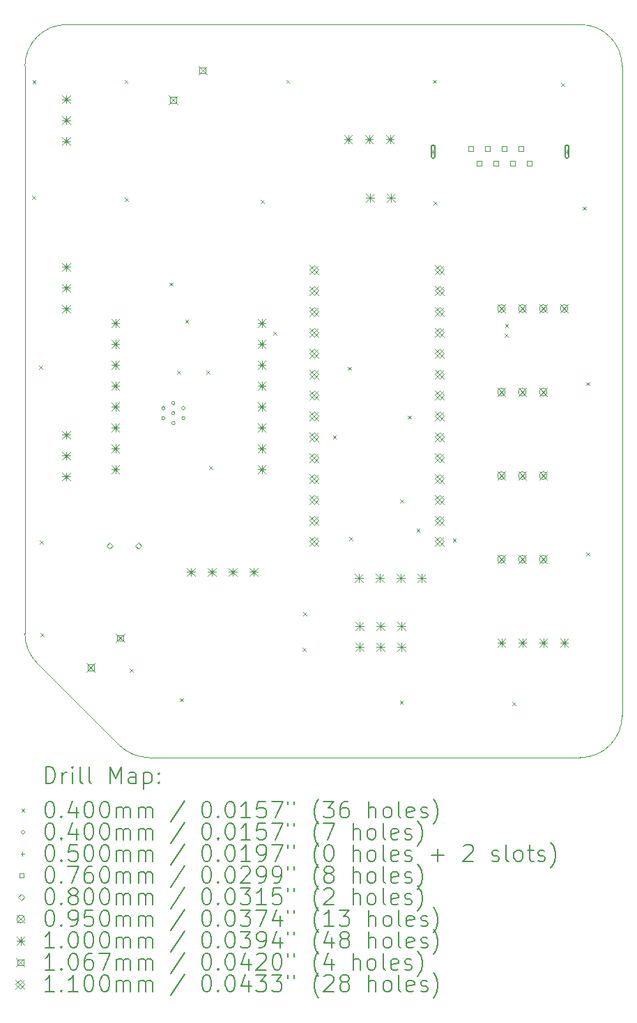
<source format=gbr>
%TF.GenerationSoftware,KiCad,Pcbnew,(6.0.7)*%
%TF.CreationDate,2023-06-14T22:42:02-05:00*%
%TF.ProjectId,ControlBoardT4_DFminiSound_PowerAmp,436f6e74-726f-46c4-926f-61726454345f,rev?*%
%TF.SameCoordinates,Original*%
%TF.FileFunction,Drillmap*%
%TF.FilePolarity,Positive*%
%FSLAX45Y45*%
G04 Gerber Fmt 4.5, Leading zero omitted, Abs format (unit mm)*
G04 Created by KiCad (PCBNEW (6.0.7)) date 2023-06-14 22:42:02*
%MOMM*%
%LPD*%
G01*
G04 APERTURE LIST*
%ADD10C,0.050000*%
%ADD11C,0.200000*%
%ADD12C,0.040000*%
%ADD13C,0.076000*%
%ADD14C,0.080000*%
%ADD15C,0.095000*%
%ADD16C,0.100000*%
%ADD17C,0.106680*%
%ADD18C,0.110000*%
G04 APERTURE END LIST*
D10*
X18075400Y-7391400D02*
G75*
G03*
X17567400Y-6883400I-508000J0D01*
G01*
X11328400Y-6883400D02*
X17567400Y-6883400D01*
X10820400Y-7391400D02*
X10820350Y-14287500D01*
X18075400Y-15287500D02*
X18075400Y-7391400D01*
X17567350Y-15795500D02*
G75*
G03*
X18075400Y-15287500I50J508000D01*
G01*
X10820350Y-14287500D02*
G75*
G03*
X10969140Y-14646710I508000J0D01*
G01*
X11328400Y-6883400D02*
G75*
G03*
X10820400Y-7391400I0J-508000D01*
G01*
X12328350Y-15795500D02*
X17567350Y-15795500D01*
X11969140Y-15646710D02*
G75*
G03*
X12328350Y-15795500I359210J359210D01*
G01*
X10969140Y-14646710D02*
X11969140Y-15646710D01*
D11*
D12*
X10908000Y-8963000D02*
X10948000Y-9003000D01*
X10948000Y-8963000D02*
X10908000Y-9003000D01*
X10912000Y-7561000D02*
X10952000Y-7601000D01*
X10952000Y-7561000D02*
X10912000Y-7601000D01*
X10995000Y-11034000D02*
X11035000Y-11074000D01*
X11035000Y-11034000D02*
X10995000Y-11074000D01*
X11000000Y-13158000D02*
X11040000Y-13198000D01*
X11040000Y-13158000D02*
X11000000Y-13198000D01*
X11013000Y-14282000D02*
X11053000Y-14322000D01*
X11053000Y-14282000D02*
X11013000Y-14322000D01*
X12031000Y-7555000D02*
X12071000Y-7595000D01*
X12071000Y-7555000D02*
X12031000Y-7595000D01*
X12033000Y-8991000D02*
X12073000Y-9031000D01*
X12073000Y-8991000D02*
X12033000Y-9031000D01*
X12096000Y-14712000D02*
X12136000Y-14752000D01*
X12136000Y-14712000D02*
X12096000Y-14752000D01*
X12575000Y-10019000D02*
X12615000Y-10059000D01*
X12615000Y-10019000D02*
X12575000Y-10059000D01*
X12670570Y-11090970D02*
X12710570Y-11130970D01*
X12710570Y-11090970D02*
X12670570Y-11130970D01*
X12705000Y-15074000D02*
X12745000Y-15114000D01*
X12745000Y-15074000D02*
X12705000Y-15114000D01*
X12768000Y-10473000D02*
X12808000Y-10513000D01*
X12808000Y-10473000D02*
X12768000Y-10513000D01*
X13025000Y-11092000D02*
X13065000Y-11132000D01*
X13065000Y-11092000D02*
X13025000Y-11132000D01*
X13057000Y-12252200D02*
X13097000Y-12292200D01*
X13097000Y-12252200D02*
X13057000Y-12292200D01*
X13684000Y-9015000D02*
X13724000Y-9055000D01*
X13724000Y-9015000D02*
X13684000Y-9055000D01*
X13840000Y-10618000D02*
X13880000Y-10658000D01*
X13880000Y-10618000D02*
X13840000Y-10658000D01*
X13994000Y-7555000D02*
X14034000Y-7595000D01*
X14034000Y-7555000D02*
X13994000Y-7595000D01*
X14194000Y-14461000D02*
X14234000Y-14501000D01*
X14234000Y-14461000D02*
X14194000Y-14501000D01*
X14199000Y-14030000D02*
X14239000Y-14070000D01*
X14239000Y-14030000D02*
X14199000Y-14070000D01*
X14562000Y-11878000D02*
X14602000Y-11918000D01*
X14602000Y-11878000D02*
X14562000Y-11918000D01*
X14743000Y-11045000D02*
X14783000Y-11085000D01*
X14783000Y-11045000D02*
X14743000Y-11085000D01*
X14759000Y-13117000D02*
X14799000Y-13157000D01*
X14799000Y-13117000D02*
X14759000Y-13157000D01*
X15374000Y-15105000D02*
X15414000Y-15145000D01*
X15414000Y-15105000D02*
X15374000Y-15145000D01*
X15381000Y-12657000D02*
X15421000Y-12697000D01*
X15421000Y-12657000D02*
X15381000Y-12697000D01*
X15472550Y-11636405D02*
X15512550Y-11676405D01*
X15512550Y-11636405D02*
X15472550Y-11676405D01*
X15579000Y-13010000D02*
X15619000Y-13050000D01*
X15619000Y-13010000D02*
X15579000Y-13050000D01*
X15778000Y-7555000D02*
X15818000Y-7595000D01*
X15818000Y-7555000D02*
X15778000Y-7595000D01*
X15786000Y-9035000D02*
X15826000Y-9075000D01*
X15826000Y-9035000D02*
X15786000Y-9075000D01*
X16018000Y-13131000D02*
X16058000Y-13171000D01*
X16058000Y-13131000D02*
X16018000Y-13171000D01*
X16650000Y-10641000D02*
X16690000Y-10681000D01*
X16690000Y-10641000D02*
X16650000Y-10681000D01*
X16653000Y-10526000D02*
X16693000Y-10566000D01*
X16693000Y-10526000D02*
X16653000Y-10566000D01*
X16743000Y-15120000D02*
X16783000Y-15160000D01*
X16783000Y-15120000D02*
X16743000Y-15160000D01*
X17332000Y-7593000D02*
X17372000Y-7633000D01*
X17372000Y-7593000D02*
X17332000Y-7633000D01*
X17598000Y-9097000D02*
X17638000Y-9137000D01*
X17638000Y-9097000D02*
X17598000Y-9137000D01*
X17641000Y-11230000D02*
X17681000Y-11270000D01*
X17681000Y-11230000D02*
X17641000Y-11270000D01*
X17641000Y-13302000D02*
X17681000Y-13342000D01*
X17681000Y-13302000D02*
X17641000Y-13342000D01*
X12522515Y-11547157D02*
G75*
G03*
X12522515Y-11547157I-20000J0D01*
G01*
X12522515Y-11668442D02*
G75*
G03*
X12522515Y-11668442I-20000J0D01*
G01*
X12643800Y-11486515D02*
G75*
G03*
X12643800Y-11486515I-20000J0D01*
G01*
X12643800Y-11607800D02*
G75*
G03*
X12643800Y-11607800I-20000J0D01*
G01*
X12643800Y-11729085D02*
G75*
G03*
X12643800Y-11729085I-20000J0D01*
G01*
X12765085Y-11547157D02*
G75*
G03*
X12765085Y-11547157I-20000J0D01*
G01*
X12765085Y-11668442D02*
G75*
G03*
X12765085Y-11668442I-20000J0D01*
G01*
D10*
X15779832Y-8403113D02*
X15779832Y-8453113D01*
X15754832Y-8428113D02*
X15804832Y-8428113D01*
D11*
X15754832Y-8373113D02*
X15754832Y-8483113D01*
X15804832Y-8373113D02*
X15804832Y-8483113D01*
X15754832Y-8483113D02*
G75*
G03*
X15804832Y-8483113I25000J0D01*
G01*
X15804832Y-8373113D02*
G75*
G03*
X15754832Y-8373113I-25000J0D01*
G01*
D10*
X17405832Y-8403113D02*
X17405832Y-8453113D01*
X17380832Y-8428113D02*
X17430832Y-8428113D01*
D11*
X17380832Y-8373113D02*
X17380832Y-8483113D01*
X17430832Y-8373113D02*
X17430832Y-8483113D01*
X17380832Y-8483113D02*
G75*
G03*
X17430832Y-8483113I25000J0D01*
G01*
X17430832Y-8373113D02*
G75*
G03*
X17380832Y-8373113I-25000J0D01*
G01*
D13*
X16264772Y-8418788D02*
X16264772Y-8365048D01*
X16211032Y-8365048D01*
X16211032Y-8418788D01*
X16264772Y-8418788D01*
X16366772Y-8596788D02*
X16366772Y-8543048D01*
X16313032Y-8543048D01*
X16313032Y-8596788D01*
X16366772Y-8596788D01*
X16467772Y-8418788D02*
X16467772Y-8365048D01*
X16414032Y-8365048D01*
X16414032Y-8418788D01*
X16467772Y-8418788D01*
X16569772Y-8596788D02*
X16569772Y-8543048D01*
X16516032Y-8543048D01*
X16516032Y-8596788D01*
X16569772Y-8596788D01*
X16670772Y-8418788D02*
X16670772Y-8365048D01*
X16617032Y-8365048D01*
X16617032Y-8418788D01*
X16670772Y-8418788D01*
X16772772Y-8596788D02*
X16772772Y-8543048D01*
X16719032Y-8543048D01*
X16719032Y-8596788D01*
X16772772Y-8596788D01*
X16873772Y-8418788D02*
X16873772Y-8365048D01*
X16820032Y-8365048D01*
X16820032Y-8418788D01*
X16873772Y-8418788D01*
X16975772Y-8596788D02*
X16975772Y-8543048D01*
X16922032Y-8543048D01*
X16922032Y-8596788D01*
X16975772Y-8596788D01*
D14*
X11850000Y-13260000D02*
X11890000Y-13220000D01*
X11850000Y-13180000D01*
X11810000Y-13220000D01*
X11850000Y-13260000D01*
X12200000Y-13260000D02*
X12240000Y-13220000D01*
X12200000Y-13180000D01*
X12160000Y-13220000D01*
X12200000Y-13260000D01*
D15*
X16562500Y-10288500D02*
X16657500Y-10383500D01*
X16657500Y-10288500D02*
X16562500Y-10383500D01*
X16657500Y-10336000D02*
G75*
G03*
X16657500Y-10336000I-47500J0D01*
G01*
X16562500Y-11304500D02*
X16657500Y-11399500D01*
X16657500Y-11304500D02*
X16562500Y-11399500D01*
X16657500Y-11352000D02*
G75*
G03*
X16657500Y-11352000I-47500J0D01*
G01*
X16562500Y-12320500D02*
X16657500Y-12415500D01*
X16657500Y-12320500D02*
X16562500Y-12415500D01*
X16657500Y-12368000D02*
G75*
G03*
X16657500Y-12368000I-47500J0D01*
G01*
X16562500Y-13336500D02*
X16657500Y-13431500D01*
X16657500Y-13336500D02*
X16562500Y-13431500D01*
X16657500Y-13384000D02*
G75*
G03*
X16657500Y-13384000I-47500J0D01*
G01*
X16816500Y-10288500D02*
X16911500Y-10383500D01*
X16911500Y-10288500D02*
X16816500Y-10383500D01*
X16911500Y-10336000D02*
G75*
G03*
X16911500Y-10336000I-47500J0D01*
G01*
X16816500Y-11304500D02*
X16911500Y-11399500D01*
X16911500Y-11304500D02*
X16816500Y-11399500D01*
X16911500Y-11352000D02*
G75*
G03*
X16911500Y-11352000I-47500J0D01*
G01*
X16816500Y-12320500D02*
X16911500Y-12415500D01*
X16911500Y-12320500D02*
X16816500Y-12415500D01*
X16911500Y-12368000D02*
G75*
G03*
X16911500Y-12368000I-47500J0D01*
G01*
X16816500Y-13336500D02*
X16911500Y-13431500D01*
X16911500Y-13336500D02*
X16816500Y-13431500D01*
X16911500Y-13384000D02*
G75*
G03*
X16911500Y-13384000I-47500J0D01*
G01*
X17070500Y-10288500D02*
X17165500Y-10383500D01*
X17165500Y-10288500D02*
X17070500Y-10383500D01*
X17165500Y-10336000D02*
G75*
G03*
X17165500Y-10336000I-47500J0D01*
G01*
X17070500Y-11304500D02*
X17165500Y-11399500D01*
X17165500Y-11304500D02*
X17070500Y-11399500D01*
X17165500Y-11352000D02*
G75*
G03*
X17165500Y-11352000I-47500J0D01*
G01*
X17070500Y-12320500D02*
X17165500Y-12415500D01*
X17165500Y-12320500D02*
X17070500Y-12415500D01*
X17165500Y-12368000D02*
G75*
G03*
X17165500Y-12368000I-47500J0D01*
G01*
X17070500Y-13336500D02*
X17165500Y-13431500D01*
X17165500Y-13336500D02*
X17070500Y-13431500D01*
X17165500Y-13384000D02*
G75*
G03*
X17165500Y-13384000I-47500J0D01*
G01*
X17324500Y-10288500D02*
X17419500Y-10383500D01*
X17419500Y-10288500D02*
X17324500Y-10383500D01*
X17419500Y-10336000D02*
G75*
G03*
X17419500Y-10336000I-47500J0D01*
G01*
D16*
X11270000Y-7742000D02*
X11370000Y-7842000D01*
X11370000Y-7742000D02*
X11270000Y-7842000D01*
X11320000Y-7742000D02*
X11320000Y-7842000D01*
X11270000Y-7792000D02*
X11370000Y-7792000D01*
X11270000Y-7996000D02*
X11370000Y-8096000D01*
X11370000Y-7996000D02*
X11270000Y-8096000D01*
X11320000Y-7996000D02*
X11320000Y-8096000D01*
X11270000Y-8046000D02*
X11370000Y-8046000D01*
X11270000Y-8250000D02*
X11370000Y-8350000D01*
X11370000Y-8250000D02*
X11270000Y-8350000D01*
X11320000Y-8250000D02*
X11320000Y-8350000D01*
X11270000Y-8300000D02*
X11370000Y-8300000D01*
X11270000Y-9782000D02*
X11370000Y-9882000D01*
X11370000Y-9782000D02*
X11270000Y-9882000D01*
X11320000Y-9782000D02*
X11320000Y-9882000D01*
X11270000Y-9832000D02*
X11370000Y-9832000D01*
X11270000Y-10036000D02*
X11370000Y-10136000D01*
X11370000Y-10036000D02*
X11270000Y-10136000D01*
X11320000Y-10036000D02*
X11320000Y-10136000D01*
X11270000Y-10086000D02*
X11370000Y-10086000D01*
X11270000Y-10290000D02*
X11370000Y-10390000D01*
X11370000Y-10290000D02*
X11270000Y-10390000D01*
X11320000Y-10290000D02*
X11320000Y-10390000D01*
X11270000Y-10340000D02*
X11370000Y-10340000D01*
X11270000Y-11822000D02*
X11370000Y-11922000D01*
X11370000Y-11822000D02*
X11270000Y-11922000D01*
X11320000Y-11822000D02*
X11320000Y-11922000D01*
X11270000Y-11872000D02*
X11370000Y-11872000D01*
X11270000Y-12076000D02*
X11370000Y-12176000D01*
X11370000Y-12076000D02*
X11270000Y-12176000D01*
X11320000Y-12076000D02*
X11320000Y-12176000D01*
X11270000Y-12126000D02*
X11370000Y-12126000D01*
X11270000Y-12330000D02*
X11370000Y-12430000D01*
X11370000Y-12330000D02*
X11270000Y-12430000D01*
X11320000Y-12330000D02*
X11320000Y-12430000D01*
X11270000Y-12380000D02*
X11370000Y-12380000D01*
X11869720Y-10464100D02*
X11969720Y-10564100D01*
X11969720Y-10464100D02*
X11869720Y-10564100D01*
X11919720Y-10464100D02*
X11919720Y-10564100D01*
X11869720Y-10514100D02*
X11969720Y-10514100D01*
X11869720Y-10718100D02*
X11969720Y-10818100D01*
X11969720Y-10718100D02*
X11869720Y-10818100D01*
X11919720Y-10718100D02*
X11919720Y-10818100D01*
X11869720Y-10768100D02*
X11969720Y-10768100D01*
X11869720Y-10972100D02*
X11969720Y-11072100D01*
X11969720Y-10972100D02*
X11869720Y-11072100D01*
X11919720Y-10972100D02*
X11919720Y-11072100D01*
X11869720Y-11022100D02*
X11969720Y-11022100D01*
X11869720Y-11226100D02*
X11969720Y-11326100D01*
X11969720Y-11226100D02*
X11869720Y-11326100D01*
X11919720Y-11226100D02*
X11919720Y-11326100D01*
X11869720Y-11276100D02*
X11969720Y-11276100D01*
X11869720Y-11480100D02*
X11969720Y-11580100D01*
X11969720Y-11480100D02*
X11869720Y-11580100D01*
X11919720Y-11480100D02*
X11919720Y-11580100D01*
X11869720Y-11530100D02*
X11969720Y-11530100D01*
X11869720Y-11734100D02*
X11969720Y-11834100D01*
X11969720Y-11734100D02*
X11869720Y-11834100D01*
X11919720Y-11734100D02*
X11919720Y-11834100D01*
X11869720Y-11784100D02*
X11969720Y-11784100D01*
X11869720Y-11988100D02*
X11969720Y-12088100D01*
X11969720Y-11988100D02*
X11869720Y-12088100D01*
X11919720Y-11988100D02*
X11919720Y-12088100D01*
X11869720Y-12038100D02*
X11969720Y-12038100D01*
X11869720Y-12242100D02*
X11969720Y-12342100D01*
X11969720Y-12242100D02*
X11869720Y-12342100D01*
X11919720Y-12242100D02*
X11919720Y-12342100D01*
X11869720Y-12292100D02*
X11969720Y-12292100D01*
X12788000Y-13490000D02*
X12888000Y-13590000D01*
X12888000Y-13490000D02*
X12788000Y-13590000D01*
X12838000Y-13490000D02*
X12838000Y-13590000D01*
X12788000Y-13540000D02*
X12888000Y-13540000D01*
X13042000Y-13490000D02*
X13142000Y-13590000D01*
X13142000Y-13490000D02*
X13042000Y-13590000D01*
X13092000Y-13490000D02*
X13092000Y-13590000D01*
X13042000Y-13540000D02*
X13142000Y-13540000D01*
X13296000Y-13490000D02*
X13396000Y-13590000D01*
X13396000Y-13490000D02*
X13296000Y-13590000D01*
X13346000Y-13490000D02*
X13346000Y-13590000D01*
X13296000Y-13540000D02*
X13396000Y-13540000D01*
X13550000Y-13490000D02*
X13650000Y-13590000D01*
X13650000Y-13490000D02*
X13550000Y-13590000D01*
X13600000Y-13490000D02*
X13600000Y-13590000D01*
X13550000Y-13540000D02*
X13650000Y-13540000D01*
X13647720Y-10464100D02*
X13747720Y-10564100D01*
X13747720Y-10464100D02*
X13647720Y-10564100D01*
X13697720Y-10464100D02*
X13697720Y-10564100D01*
X13647720Y-10514100D02*
X13747720Y-10514100D01*
X13647720Y-10718100D02*
X13747720Y-10818100D01*
X13747720Y-10718100D02*
X13647720Y-10818100D01*
X13697720Y-10718100D02*
X13697720Y-10818100D01*
X13647720Y-10768100D02*
X13747720Y-10768100D01*
X13647720Y-10972100D02*
X13747720Y-11072100D01*
X13747720Y-10972100D02*
X13647720Y-11072100D01*
X13697720Y-10972100D02*
X13697720Y-11072100D01*
X13647720Y-11022100D02*
X13747720Y-11022100D01*
X13647720Y-11226100D02*
X13747720Y-11326100D01*
X13747720Y-11226100D02*
X13647720Y-11326100D01*
X13697720Y-11226100D02*
X13697720Y-11326100D01*
X13647720Y-11276100D02*
X13747720Y-11276100D01*
X13647720Y-11480100D02*
X13747720Y-11580100D01*
X13747720Y-11480100D02*
X13647720Y-11580100D01*
X13697720Y-11480100D02*
X13697720Y-11580100D01*
X13647720Y-11530100D02*
X13747720Y-11530100D01*
X13647720Y-11734100D02*
X13747720Y-11834100D01*
X13747720Y-11734100D02*
X13647720Y-11834100D01*
X13697720Y-11734100D02*
X13697720Y-11834100D01*
X13647720Y-11784100D02*
X13747720Y-11784100D01*
X13647720Y-11988100D02*
X13747720Y-12088100D01*
X13747720Y-11988100D02*
X13647720Y-12088100D01*
X13697720Y-11988100D02*
X13697720Y-12088100D01*
X13647720Y-12038100D02*
X13747720Y-12038100D01*
X13647720Y-12242100D02*
X13747720Y-12342100D01*
X13747720Y-12242100D02*
X13647720Y-12342100D01*
X13697720Y-12242100D02*
X13697720Y-12342100D01*
X13647720Y-12292100D02*
X13747720Y-12292100D01*
X14697000Y-8227000D02*
X14797000Y-8327000D01*
X14797000Y-8227000D02*
X14697000Y-8327000D01*
X14747000Y-8227000D02*
X14747000Y-8327000D01*
X14697000Y-8277000D02*
X14797000Y-8277000D01*
X14825000Y-13563000D02*
X14925000Y-13663000D01*
X14925000Y-13563000D02*
X14825000Y-13663000D01*
X14875000Y-13563000D02*
X14875000Y-13663000D01*
X14825000Y-13613000D02*
X14925000Y-13613000D01*
X14835500Y-14148000D02*
X14935500Y-14248000D01*
X14935500Y-14148000D02*
X14835500Y-14248000D01*
X14885500Y-14148000D02*
X14885500Y-14248000D01*
X14835500Y-14198000D02*
X14935500Y-14198000D01*
X14835500Y-14402000D02*
X14935500Y-14502000D01*
X14935500Y-14402000D02*
X14835500Y-14502000D01*
X14885500Y-14402000D02*
X14885500Y-14502000D01*
X14835500Y-14452000D02*
X14935500Y-14452000D01*
X14951000Y-8227000D02*
X15051000Y-8327000D01*
X15051000Y-8227000D02*
X14951000Y-8327000D01*
X15001000Y-8227000D02*
X15001000Y-8327000D01*
X14951000Y-8277000D02*
X15051000Y-8277000D01*
X14960900Y-8941600D02*
X15060900Y-9041600D01*
X15060900Y-8941600D02*
X14960900Y-9041600D01*
X15010900Y-8941600D02*
X15010900Y-9041600D01*
X14960900Y-8991600D02*
X15060900Y-8991600D01*
X15079000Y-13563000D02*
X15179000Y-13663000D01*
X15179000Y-13563000D02*
X15079000Y-13663000D01*
X15129000Y-13563000D02*
X15129000Y-13663000D01*
X15079000Y-13613000D02*
X15179000Y-13613000D01*
X15089500Y-14148000D02*
X15189500Y-14248000D01*
X15189500Y-14148000D02*
X15089500Y-14248000D01*
X15139500Y-14148000D02*
X15139500Y-14248000D01*
X15089500Y-14198000D02*
X15189500Y-14198000D01*
X15089500Y-14402000D02*
X15189500Y-14502000D01*
X15189500Y-14402000D02*
X15089500Y-14502000D01*
X15139500Y-14402000D02*
X15139500Y-14502000D01*
X15089500Y-14452000D02*
X15189500Y-14452000D01*
X15205000Y-8227000D02*
X15305000Y-8327000D01*
X15305000Y-8227000D02*
X15205000Y-8327000D01*
X15255000Y-8227000D02*
X15255000Y-8327000D01*
X15205000Y-8277000D02*
X15305000Y-8277000D01*
X15214900Y-8941600D02*
X15314900Y-9041600D01*
X15314900Y-8941600D02*
X15214900Y-9041600D01*
X15264900Y-8941600D02*
X15264900Y-9041600D01*
X15214900Y-8991600D02*
X15314900Y-8991600D01*
X15333000Y-13563000D02*
X15433000Y-13663000D01*
X15433000Y-13563000D02*
X15333000Y-13663000D01*
X15383000Y-13563000D02*
X15383000Y-13663000D01*
X15333000Y-13613000D02*
X15433000Y-13613000D01*
X15343500Y-14148000D02*
X15443500Y-14248000D01*
X15443500Y-14148000D02*
X15343500Y-14248000D01*
X15393500Y-14148000D02*
X15393500Y-14248000D01*
X15343500Y-14198000D02*
X15443500Y-14198000D01*
X15343500Y-14402000D02*
X15443500Y-14502000D01*
X15443500Y-14402000D02*
X15343500Y-14502000D01*
X15393500Y-14402000D02*
X15393500Y-14502000D01*
X15343500Y-14452000D02*
X15443500Y-14452000D01*
X15587000Y-13563000D02*
X15687000Y-13663000D01*
X15687000Y-13563000D02*
X15587000Y-13663000D01*
X15637000Y-13563000D02*
X15637000Y-13663000D01*
X15587000Y-13613000D02*
X15687000Y-13613000D01*
X16560000Y-14350000D02*
X16660000Y-14450000D01*
X16660000Y-14350000D02*
X16560000Y-14450000D01*
X16610000Y-14350000D02*
X16610000Y-14450000D01*
X16560000Y-14400000D02*
X16660000Y-14400000D01*
X16814000Y-14350000D02*
X16914000Y-14450000D01*
X16914000Y-14350000D02*
X16814000Y-14450000D01*
X16864000Y-14350000D02*
X16864000Y-14450000D01*
X16814000Y-14400000D02*
X16914000Y-14400000D01*
X17068000Y-14350000D02*
X17168000Y-14450000D01*
X17168000Y-14350000D02*
X17068000Y-14450000D01*
X17118000Y-14350000D02*
X17118000Y-14450000D01*
X17068000Y-14400000D02*
X17168000Y-14400000D01*
X17322000Y-14350000D02*
X17422000Y-14450000D01*
X17422000Y-14350000D02*
X17322000Y-14450000D01*
X17372000Y-14350000D02*
X17372000Y-14450000D01*
X17322000Y-14400000D02*
X17422000Y-14400000D01*
D17*
X11566660Y-14646660D02*
X11673340Y-14753340D01*
X11673340Y-14646660D02*
X11566660Y-14753340D01*
X11657717Y-14737717D02*
X11657717Y-14662283D01*
X11582283Y-14662283D01*
X11582283Y-14737717D01*
X11657717Y-14737717D01*
X11925870Y-14287450D02*
X12032550Y-14394130D01*
X12032550Y-14287450D02*
X11925870Y-14394130D01*
X12016928Y-14378507D02*
X12016928Y-14303072D01*
X11941493Y-14303072D01*
X11941493Y-14378507D01*
X12016928Y-14378507D01*
X12568655Y-7746265D02*
X12675335Y-7852945D01*
X12675335Y-7746265D02*
X12568655Y-7852945D01*
X12659712Y-7837322D02*
X12659712Y-7761888D01*
X12584277Y-7761888D01*
X12584277Y-7837322D01*
X12659712Y-7837322D01*
X12927865Y-7387055D02*
X13034545Y-7493735D01*
X13034545Y-7387055D02*
X12927865Y-7493735D01*
X13018922Y-7478112D02*
X13018922Y-7402677D01*
X12943488Y-7402677D01*
X12943488Y-7478112D01*
X13018922Y-7478112D01*
D18*
X14280700Y-9808800D02*
X14390700Y-9918800D01*
X14390700Y-9808800D02*
X14280700Y-9918800D01*
X14335700Y-9918800D02*
X14390700Y-9863800D01*
X14335700Y-9808800D01*
X14280700Y-9863800D01*
X14335700Y-9918800D01*
X14280700Y-10062800D02*
X14390700Y-10172800D01*
X14390700Y-10062800D02*
X14280700Y-10172800D01*
X14335700Y-10172800D02*
X14390700Y-10117800D01*
X14335700Y-10062800D01*
X14280700Y-10117800D01*
X14335700Y-10172800D01*
X14280700Y-10316800D02*
X14390700Y-10426800D01*
X14390700Y-10316800D02*
X14280700Y-10426800D01*
X14335700Y-10426800D02*
X14390700Y-10371800D01*
X14335700Y-10316800D01*
X14280700Y-10371800D01*
X14335700Y-10426800D01*
X14280700Y-10570800D02*
X14390700Y-10680800D01*
X14390700Y-10570800D02*
X14280700Y-10680800D01*
X14335700Y-10680800D02*
X14390700Y-10625800D01*
X14335700Y-10570800D01*
X14280700Y-10625800D01*
X14335700Y-10680800D01*
X14280700Y-10824800D02*
X14390700Y-10934800D01*
X14390700Y-10824800D02*
X14280700Y-10934800D01*
X14335700Y-10934800D02*
X14390700Y-10879800D01*
X14335700Y-10824800D01*
X14280700Y-10879800D01*
X14335700Y-10934800D01*
X14280700Y-11078800D02*
X14390700Y-11188800D01*
X14390700Y-11078800D02*
X14280700Y-11188800D01*
X14335700Y-11188800D02*
X14390700Y-11133800D01*
X14335700Y-11078800D01*
X14280700Y-11133800D01*
X14335700Y-11188800D01*
X14280700Y-11332800D02*
X14390700Y-11442800D01*
X14390700Y-11332800D02*
X14280700Y-11442800D01*
X14335700Y-11442800D02*
X14390700Y-11387800D01*
X14335700Y-11332800D01*
X14280700Y-11387800D01*
X14335700Y-11442800D01*
X14280700Y-11586800D02*
X14390700Y-11696800D01*
X14390700Y-11586800D02*
X14280700Y-11696800D01*
X14335700Y-11696800D02*
X14390700Y-11641800D01*
X14335700Y-11586800D01*
X14280700Y-11641800D01*
X14335700Y-11696800D01*
X14280700Y-11840800D02*
X14390700Y-11950800D01*
X14390700Y-11840800D02*
X14280700Y-11950800D01*
X14335700Y-11950800D02*
X14390700Y-11895800D01*
X14335700Y-11840800D01*
X14280700Y-11895800D01*
X14335700Y-11950800D01*
X14280700Y-12094800D02*
X14390700Y-12204800D01*
X14390700Y-12094800D02*
X14280700Y-12204800D01*
X14335700Y-12204800D02*
X14390700Y-12149800D01*
X14335700Y-12094800D01*
X14280700Y-12149800D01*
X14335700Y-12204800D01*
X14280700Y-12348800D02*
X14390700Y-12458800D01*
X14390700Y-12348800D02*
X14280700Y-12458800D01*
X14335700Y-12458800D02*
X14390700Y-12403800D01*
X14335700Y-12348800D01*
X14280700Y-12403800D01*
X14335700Y-12458800D01*
X14280700Y-12602800D02*
X14390700Y-12712800D01*
X14390700Y-12602800D02*
X14280700Y-12712800D01*
X14335700Y-12712800D02*
X14390700Y-12657800D01*
X14335700Y-12602800D01*
X14280700Y-12657800D01*
X14335700Y-12712800D01*
X14280700Y-12856800D02*
X14390700Y-12966800D01*
X14390700Y-12856800D02*
X14280700Y-12966800D01*
X14335700Y-12966800D02*
X14390700Y-12911800D01*
X14335700Y-12856800D01*
X14280700Y-12911800D01*
X14335700Y-12966800D01*
X14280700Y-13110800D02*
X14390700Y-13220800D01*
X14390700Y-13110800D02*
X14280700Y-13220800D01*
X14335700Y-13220800D02*
X14390700Y-13165800D01*
X14335700Y-13110800D01*
X14280700Y-13165800D01*
X14335700Y-13220800D01*
X15804700Y-9808800D02*
X15914700Y-9918800D01*
X15914700Y-9808800D02*
X15804700Y-9918800D01*
X15859700Y-9918800D02*
X15914700Y-9863800D01*
X15859700Y-9808800D01*
X15804700Y-9863800D01*
X15859700Y-9918800D01*
X15804700Y-10062800D02*
X15914700Y-10172800D01*
X15914700Y-10062800D02*
X15804700Y-10172800D01*
X15859700Y-10172800D02*
X15914700Y-10117800D01*
X15859700Y-10062800D01*
X15804700Y-10117800D01*
X15859700Y-10172800D01*
X15804700Y-10316800D02*
X15914700Y-10426800D01*
X15914700Y-10316800D02*
X15804700Y-10426800D01*
X15859700Y-10426800D02*
X15914700Y-10371800D01*
X15859700Y-10316800D01*
X15804700Y-10371800D01*
X15859700Y-10426800D01*
X15804700Y-10570800D02*
X15914700Y-10680800D01*
X15914700Y-10570800D02*
X15804700Y-10680800D01*
X15859700Y-10680800D02*
X15914700Y-10625800D01*
X15859700Y-10570800D01*
X15804700Y-10625800D01*
X15859700Y-10680800D01*
X15804700Y-10824800D02*
X15914700Y-10934800D01*
X15914700Y-10824800D02*
X15804700Y-10934800D01*
X15859700Y-10934800D02*
X15914700Y-10879800D01*
X15859700Y-10824800D01*
X15804700Y-10879800D01*
X15859700Y-10934800D01*
X15804700Y-11078800D02*
X15914700Y-11188800D01*
X15914700Y-11078800D02*
X15804700Y-11188800D01*
X15859700Y-11188800D02*
X15914700Y-11133800D01*
X15859700Y-11078800D01*
X15804700Y-11133800D01*
X15859700Y-11188800D01*
X15804700Y-11332800D02*
X15914700Y-11442800D01*
X15914700Y-11332800D02*
X15804700Y-11442800D01*
X15859700Y-11442800D02*
X15914700Y-11387800D01*
X15859700Y-11332800D01*
X15804700Y-11387800D01*
X15859700Y-11442800D01*
X15804700Y-11586800D02*
X15914700Y-11696800D01*
X15914700Y-11586800D02*
X15804700Y-11696800D01*
X15859700Y-11696800D02*
X15914700Y-11641800D01*
X15859700Y-11586800D01*
X15804700Y-11641800D01*
X15859700Y-11696800D01*
X15804700Y-11840800D02*
X15914700Y-11950800D01*
X15914700Y-11840800D02*
X15804700Y-11950800D01*
X15859700Y-11950800D02*
X15914700Y-11895800D01*
X15859700Y-11840800D01*
X15804700Y-11895800D01*
X15859700Y-11950800D01*
X15804700Y-12094800D02*
X15914700Y-12204800D01*
X15914700Y-12094800D02*
X15804700Y-12204800D01*
X15859700Y-12204800D02*
X15914700Y-12149800D01*
X15859700Y-12094800D01*
X15804700Y-12149800D01*
X15859700Y-12204800D01*
X15804700Y-12348800D02*
X15914700Y-12458800D01*
X15914700Y-12348800D02*
X15804700Y-12458800D01*
X15859700Y-12458800D02*
X15914700Y-12403800D01*
X15859700Y-12348800D01*
X15804700Y-12403800D01*
X15859700Y-12458800D01*
X15804700Y-12602800D02*
X15914700Y-12712800D01*
X15914700Y-12602800D02*
X15804700Y-12712800D01*
X15859700Y-12712800D02*
X15914700Y-12657800D01*
X15859700Y-12602800D01*
X15804700Y-12657800D01*
X15859700Y-12712800D01*
X15804700Y-12856800D02*
X15914700Y-12966800D01*
X15914700Y-12856800D02*
X15804700Y-12966800D01*
X15859700Y-12966800D02*
X15914700Y-12911800D01*
X15859700Y-12856800D01*
X15804700Y-12911800D01*
X15859700Y-12966800D01*
X15804700Y-13110800D02*
X15914700Y-13220800D01*
X15914700Y-13110800D02*
X15804700Y-13220800D01*
X15859700Y-13220800D02*
X15914700Y-13165800D01*
X15859700Y-13110800D01*
X15804700Y-13165800D01*
X15859700Y-13220800D01*
D11*
X11075469Y-16108476D02*
X11075469Y-15908476D01*
X11123088Y-15908476D01*
X11151660Y-15918000D01*
X11170707Y-15937048D01*
X11180231Y-15956095D01*
X11189755Y-15994190D01*
X11189755Y-16022762D01*
X11180231Y-16060857D01*
X11170707Y-16079905D01*
X11151660Y-16098952D01*
X11123088Y-16108476D01*
X11075469Y-16108476D01*
X11275469Y-16108476D02*
X11275469Y-15975143D01*
X11275469Y-16013238D02*
X11284993Y-15994190D01*
X11294517Y-15984667D01*
X11313564Y-15975143D01*
X11332612Y-15975143D01*
X11399278Y-16108476D02*
X11399278Y-15975143D01*
X11399278Y-15908476D02*
X11389755Y-15918000D01*
X11399278Y-15927524D01*
X11408802Y-15918000D01*
X11399278Y-15908476D01*
X11399278Y-15927524D01*
X11523088Y-16108476D02*
X11504040Y-16098952D01*
X11494517Y-16079905D01*
X11494517Y-15908476D01*
X11627850Y-16108476D02*
X11608802Y-16098952D01*
X11599278Y-16079905D01*
X11599278Y-15908476D01*
X11856421Y-16108476D02*
X11856421Y-15908476D01*
X11923088Y-16051333D01*
X11989755Y-15908476D01*
X11989755Y-16108476D01*
X12170707Y-16108476D02*
X12170707Y-16003714D01*
X12161183Y-15984667D01*
X12142136Y-15975143D01*
X12104040Y-15975143D01*
X12084993Y-15984667D01*
X12170707Y-16098952D02*
X12151659Y-16108476D01*
X12104040Y-16108476D01*
X12084993Y-16098952D01*
X12075469Y-16079905D01*
X12075469Y-16060857D01*
X12084993Y-16041809D01*
X12104040Y-16032286D01*
X12151659Y-16032286D01*
X12170707Y-16022762D01*
X12265945Y-15975143D02*
X12265945Y-16175143D01*
X12265945Y-15984667D02*
X12284993Y-15975143D01*
X12323088Y-15975143D01*
X12342136Y-15984667D01*
X12351659Y-15994190D01*
X12361183Y-16013238D01*
X12361183Y-16070381D01*
X12351659Y-16089428D01*
X12342136Y-16098952D01*
X12323088Y-16108476D01*
X12284993Y-16108476D01*
X12265945Y-16098952D01*
X12446898Y-16089428D02*
X12456421Y-16098952D01*
X12446898Y-16108476D01*
X12437374Y-16098952D01*
X12446898Y-16089428D01*
X12446898Y-16108476D01*
X12446898Y-15984667D02*
X12456421Y-15994190D01*
X12446898Y-16003714D01*
X12437374Y-15994190D01*
X12446898Y-15984667D01*
X12446898Y-16003714D01*
D12*
X10777850Y-16418000D02*
X10817850Y-16458000D01*
X10817850Y-16418000D02*
X10777850Y-16458000D01*
D11*
X11113564Y-16328476D02*
X11132612Y-16328476D01*
X11151660Y-16338000D01*
X11161183Y-16347524D01*
X11170707Y-16366571D01*
X11180231Y-16404667D01*
X11180231Y-16452286D01*
X11170707Y-16490381D01*
X11161183Y-16509428D01*
X11151660Y-16518952D01*
X11132612Y-16528476D01*
X11113564Y-16528476D01*
X11094517Y-16518952D01*
X11084993Y-16509428D01*
X11075469Y-16490381D01*
X11065945Y-16452286D01*
X11065945Y-16404667D01*
X11075469Y-16366571D01*
X11084993Y-16347524D01*
X11094517Y-16338000D01*
X11113564Y-16328476D01*
X11265945Y-16509428D02*
X11275469Y-16518952D01*
X11265945Y-16528476D01*
X11256421Y-16518952D01*
X11265945Y-16509428D01*
X11265945Y-16528476D01*
X11446898Y-16395143D02*
X11446898Y-16528476D01*
X11399278Y-16318952D02*
X11351659Y-16461809D01*
X11475469Y-16461809D01*
X11589755Y-16328476D02*
X11608802Y-16328476D01*
X11627850Y-16338000D01*
X11637374Y-16347524D01*
X11646898Y-16366571D01*
X11656421Y-16404667D01*
X11656421Y-16452286D01*
X11646898Y-16490381D01*
X11637374Y-16509428D01*
X11627850Y-16518952D01*
X11608802Y-16528476D01*
X11589755Y-16528476D01*
X11570707Y-16518952D01*
X11561183Y-16509428D01*
X11551659Y-16490381D01*
X11542136Y-16452286D01*
X11542136Y-16404667D01*
X11551659Y-16366571D01*
X11561183Y-16347524D01*
X11570707Y-16338000D01*
X11589755Y-16328476D01*
X11780231Y-16328476D02*
X11799278Y-16328476D01*
X11818326Y-16338000D01*
X11827850Y-16347524D01*
X11837374Y-16366571D01*
X11846898Y-16404667D01*
X11846898Y-16452286D01*
X11837374Y-16490381D01*
X11827850Y-16509428D01*
X11818326Y-16518952D01*
X11799278Y-16528476D01*
X11780231Y-16528476D01*
X11761183Y-16518952D01*
X11751659Y-16509428D01*
X11742136Y-16490381D01*
X11732612Y-16452286D01*
X11732612Y-16404667D01*
X11742136Y-16366571D01*
X11751659Y-16347524D01*
X11761183Y-16338000D01*
X11780231Y-16328476D01*
X11932612Y-16528476D02*
X11932612Y-16395143D01*
X11932612Y-16414190D02*
X11942136Y-16404667D01*
X11961183Y-16395143D01*
X11989755Y-16395143D01*
X12008802Y-16404667D01*
X12018326Y-16423714D01*
X12018326Y-16528476D01*
X12018326Y-16423714D02*
X12027850Y-16404667D01*
X12046898Y-16395143D01*
X12075469Y-16395143D01*
X12094517Y-16404667D01*
X12104040Y-16423714D01*
X12104040Y-16528476D01*
X12199278Y-16528476D02*
X12199278Y-16395143D01*
X12199278Y-16414190D02*
X12208802Y-16404667D01*
X12227850Y-16395143D01*
X12256421Y-16395143D01*
X12275469Y-16404667D01*
X12284993Y-16423714D01*
X12284993Y-16528476D01*
X12284993Y-16423714D02*
X12294517Y-16404667D01*
X12313564Y-16395143D01*
X12342136Y-16395143D01*
X12361183Y-16404667D01*
X12370707Y-16423714D01*
X12370707Y-16528476D01*
X12761183Y-16318952D02*
X12589755Y-16576095D01*
X13018326Y-16328476D02*
X13037374Y-16328476D01*
X13056421Y-16338000D01*
X13065945Y-16347524D01*
X13075469Y-16366571D01*
X13084993Y-16404667D01*
X13084993Y-16452286D01*
X13075469Y-16490381D01*
X13065945Y-16509428D01*
X13056421Y-16518952D01*
X13037374Y-16528476D01*
X13018326Y-16528476D01*
X12999278Y-16518952D01*
X12989755Y-16509428D01*
X12980231Y-16490381D01*
X12970707Y-16452286D01*
X12970707Y-16404667D01*
X12980231Y-16366571D01*
X12989755Y-16347524D01*
X12999278Y-16338000D01*
X13018326Y-16328476D01*
X13170707Y-16509428D02*
X13180231Y-16518952D01*
X13170707Y-16528476D01*
X13161183Y-16518952D01*
X13170707Y-16509428D01*
X13170707Y-16528476D01*
X13304040Y-16328476D02*
X13323088Y-16328476D01*
X13342136Y-16338000D01*
X13351659Y-16347524D01*
X13361183Y-16366571D01*
X13370707Y-16404667D01*
X13370707Y-16452286D01*
X13361183Y-16490381D01*
X13351659Y-16509428D01*
X13342136Y-16518952D01*
X13323088Y-16528476D01*
X13304040Y-16528476D01*
X13284993Y-16518952D01*
X13275469Y-16509428D01*
X13265945Y-16490381D01*
X13256421Y-16452286D01*
X13256421Y-16404667D01*
X13265945Y-16366571D01*
X13275469Y-16347524D01*
X13284993Y-16338000D01*
X13304040Y-16328476D01*
X13561183Y-16528476D02*
X13446898Y-16528476D01*
X13504040Y-16528476D02*
X13504040Y-16328476D01*
X13484993Y-16357048D01*
X13465945Y-16376095D01*
X13446898Y-16385619D01*
X13742136Y-16328476D02*
X13646898Y-16328476D01*
X13637374Y-16423714D01*
X13646898Y-16414190D01*
X13665945Y-16404667D01*
X13713564Y-16404667D01*
X13732612Y-16414190D01*
X13742136Y-16423714D01*
X13751659Y-16442762D01*
X13751659Y-16490381D01*
X13742136Y-16509428D01*
X13732612Y-16518952D01*
X13713564Y-16528476D01*
X13665945Y-16528476D01*
X13646898Y-16518952D01*
X13637374Y-16509428D01*
X13818326Y-16328476D02*
X13951659Y-16328476D01*
X13865945Y-16528476D01*
X14018326Y-16328476D02*
X14018326Y-16366571D01*
X14094517Y-16328476D02*
X14094517Y-16366571D01*
X14389755Y-16604667D02*
X14380231Y-16595143D01*
X14361183Y-16566571D01*
X14351659Y-16547524D01*
X14342136Y-16518952D01*
X14332612Y-16471333D01*
X14332612Y-16433238D01*
X14342136Y-16385619D01*
X14351659Y-16357048D01*
X14361183Y-16338000D01*
X14380231Y-16309428D01*
X14389755Y-16299905D01*
X14446898Y-16328476D02*
X14570707Y-16328476D01*
X14504040Y-16404667D01*
X14532612Y-16404667D01*
X14551659Y-16414190D01*
X14561183Y-16423714D01*
X14570707Y-16442762D01*
X14570707Y-16490381D01*
X14561183Y-16509428D01*
X14551659Y-16518952D01*
X14532612Y-16528476D01*
X14475469Y-16528476D01*
X14456421Y-16518952D01*
X14446898Y-16509428D01*
X14742136Y-16328476D02*
X14704040Y-16328476D01*
X14684993Y-16338000D01*
X14675469Y-16347524D01*
X14656421Y-16376095D01*
X14646898Y-16414190D01*
X14646898Y-16490381D01*
X14656421Y-16509428D01*
X14665945Y-16518952D01*
X14684993Y-16528476D01*
X14723088Y-16528476D01*
X14742136Y-16518952D01*
X14751659Y-16509428D01*
X14761183Y-16490381D01*
X14761183Y-16442762D01*
X14751659Y-16423714D01*
X14742136Y-16414190D01*
X14723088Y-16404667D01*
X14684993Y-16404667D01*
X14665945Y-16414190D01*
X14656421Y-16423714D01*
X14646898Y-16442762D01*
X14999278Y-16528476D02*
X14999278Y-16328476D01*
X15084993Y-16528476D02*
X15084993Y-16423714D01*
X15075469Y-16404667D01*
X15056421Y-16395143D01*
X15027850Y-16395143D01*
X15008802Y-16404667D01*
X14999278Y-16414190D01*
X15208802Y-16528476D02*
X15189755Y-16518952D01*
X15180231Y-16509428D01*
X15170707Y-16490381D01*
X15170707Y-16433238D01*
X15180231Y-16414190D01*
X15189755Y-16404667D01*
X15208802Y-16395143D01*
X15237374Y-16395143D01*
X15256421Y-16404667D01*
X15265945Y-16414190D01*
X15275469Y-16433238D01*
X15275469Y-16490381D01*
X15265945Y-16509428D01*
X15256421Y-16518952D01*
X15237374Y-16528476D01*
X15208802Y-16528476D01*
X15389755Y-16528476D02*
X15370707Y-16518952D01*
X15361183Y-16499905D01*
X15361183Y-16328476D01*
X15542136Y-16518952D02*
X15523088Y-16528476D01*
X15484993Y-16528476D01*
X15465945Y-16518952D01*
X15456421Y-16499905D01*
X15456421Y-16423714D01*
X15465945Y-16404667D01*
X15484993Y-16395143D01*
X15523088Y-16395143D01*
X15542136Y-16404667D01*
X15551659Y-16423714D01*
X15551659Y-16442762D01*
X15456421Y-16461809D01*
X15627850Y-16518952D02*
X15646898Y-16528476D01*
X15684993Y-16528476D01*
X15704040Y-16518952D01*
X15713564Y-16499905D01*
X15713564Y-16490381D01*
X15704040Y-16471333D01*
X15684993Y-16461809D01*
X15656421Y-16461809D01*
X15637374Y-16452286D01*
X15627850Y-16433238D01*
X15627850Y-16423714D01*
X15637374Y-16404667D01*
X15656421Y-16395143D01*
X15684993Y-16395143D01*
X15704040Y-16404667D01*
X15780231Y-16604667D02*
X15789755Y-16595143D01*
X15808802Y-16566571D01*
X15818326Y-16547524D01*
X15827850Y-16518952D01*
X15837374Y-16471333D01*
X15837374Y-16433238D01*
X15827850Y-16385619D01*
X15818326Y-16357048D01*
X15808802Y-16338000D01*
X15789755Y-16309428D01*
X15780231Y-16299905D01*
D12*
X10817850Y-16702000D02*
G75*
G03*
X10817850Y-16702000I-20000J0D01*
G01*
D11*
X11113564Y-16592476D02*
X11132612Y-16592476D01*
X11151660Y-16602000D01*
X11161183Y-16611524D01*
X11170707Y-16630571D01*
X11180231Y-16668667D01*
X11180231Y-16716286D01*
X11170707Y-16754381D01*
X11161183Y-16773428D01*
X11151660Y-16782952D01*
X11132612Y-16792476D01*
X11113564Y-16792476D01*
X11094517Y-16782952D01*
X11084993Y-16773428D01*
X11075469Y-16754381D01*
X11065945Y-16716286D01*
X11065945Y-16668667D01*
X11075469Y-16630571D01*
X11084993Y-16611524D01*
X11094517Y-16602000D01*
X11113564Y-16592476D01*
X11265945Y-16773428D02*
X11275469Y-16782952D01*
X11265945Y-16792476D01*
X11256421Y-16782952D01*
X11265945Y-16773428D01*
X11265945Y-16792476D01*
X11446898Y-16659143D02*
X11446898Y-16792476D01*
X11399278Y-16582952D02*
X11351659Y-16725809D01*
X11475469Y-16725809D01*
X11589755Y-16592476D02*
X11608802Y-16592476D01*
X11627850Y-16602000D01*
X11637374Y-16611524D01*
X11646898Y-16630571D01*
X11656421Y-16668667D01*
X11656421Y-16716286D01*
X11646898Y-16754381D01*
X11637374Y-16773428D01*
X11627850Y-16782952D01*
X11608802Y-16792476D01*
X11589755Y-16792476D01*
X11570707Y-16782952D01*
X11561183Y-16773428D01*
X11551659Y-16754381D01*
X11542136Y-16716286D01*
X11542136Y-16668667D01*
X11551659Y-16630571D01*
X11561183Y-16611524D01*
X11570707Y-16602000D01*
X11589755Y-16592476D01*
X11780231Y-16592476D02*
X11799278Y-16592476D01*
X11818326Y-16602000D01*
X11827850Y-16611524D01*
X11837374Y-16630571D01*
X11846898Y-16668667D01*
X11846898Y-16716286D01*
X11837374Y-16754381D01*
X11827850Y-16773428D01*
X11818326Y-16782952D01*
X11799278Y-16792476D01*
X11780231Y-16792476D01*
X11761183Y-16782952D01*
X11751659Y-16773428D01*
X11742136Y-16754381D01*
X11732612Y-16716286D01*
X11732612Y-16668667D01*
X11742136Y-16630571D01*
X11751659Y-16611524D01*
X11761183Y-16602000D01*
X11780231Y-16592476D01*
X11932612Y-16792476D02*
X11932612Y-16659143D01*
X11932612Y-16678190D02*
X11942136Y-16668667D01*
X11961183Y-16659143D01*
X11989755Y-16659143D01*
X12008802Y-16668667D01*
X12018326Y-16687714D01*
X12018326Y-16792476D01*
X12018326Y-16687714D02*
X12027850Y-16668667D01*
X12046898Y-16659143D01*
X12075469Y-16659143D01*
X12094517Y-16668667D01*
X12104040Y-16687714D01*
X12104040Y-16792476D01*
X12199278Y-16792476D02*
X12199278Y-16659143D01*
X12199278Y-16678190D02*
X12208802Y-16668667D01*
X12227850Y-16659143D01*
X12256421Y-16659143D01*
X12275469Y-16668667D01*
X12284993Y-16687714D01*
X12284993Y-16792476D01*
X12284993Y-16687714D02*
X12294517Y-16668667D01*
X12313564Y-16659143D01*
X12342136Y-16659143D01*
X12361183Y-16668667D01*
X12370707Y-16687714D01*
X12370707Y-16792476D01*
X12761183Y-16582952D02*
X12589755Y-16840095D01*
X13018326Y-16592476D02*
X13037374Y-16592476D01*
X13056421Y-16602000D01*
X13065945Y-16611524D01*
X13075469Y-16630571D01*
X13084993Y-16668667D01*
X13084993Y-16716286D01*
X13075469Y-16754381D01*
X13065945Y-16773428D01*
X13056421Y-16782952D01*
X13037374Y-16792476D01*
X13018326Y-16792476D01*
X12999278Y-16782952D01*
X12989755Y-16773428D01*
X12980231Y-16754381D01*
X12970707Y-16716286D01*
X12970707Y-16668667D01*
X12980231Y-16630571D01*
X12989755Y-16611524D01*
X12999278Y-16602000D01*
X13018326Y-16592476D01*
X13170707Y-16773428D02*
X13180231Y-16782952D01*
X13170707Y-16792476D01*
X13161183Y-16782952D01*
X13170707Y-16773428D01*
X13170707Y-16792476D01*
X13304040Y-16592476D02*
X13323088Y-16592476D01*
X13342136Y-16602000D01*
X13351659Y-16611524D01*
X13361183Y-16630571D01*
X13370707Y-16668667D01*
X13370707Y-16716286D01*
X13361183Y-16754381D01*
X13351659Y-16773428D01*
X13342136Y-16782952D01*
X13323088Y-16792476D01*
X13304040Y-16792476D01*
X13284993Y-16782952D01*
X13275469Y-16773428D01*
X13265945Y-16754381D01*
X13256421Y-16716286D01*
X13256421Y-16668667D01*
X13265945Y-16630571D01*
X13275469Y-16611524D01*
X13284993Y-16602000D01*
X13304040Y-16592476D01*
X13561183Y-16792476D02*
X13446898Y-16792476D01*
X13504040Y-16792476D02*
X13504040Y-16592476D01*
X13484993Y-16621048D01*
X13465945Y-16640095D01*
X13446898Y-16649619D01*
X13742136Y-16592476D02*
X13646898Y-16592476D01*
X13637374Y-16687714D01*
X13646898Y-16678190D01*
X13665945Y-16668667D01*
X13713564Y-16668667D01*
X13732612Y-16678190D01*
X13742136Y-16687714D01*
X13751659Y-16706762D01*
X13751659Y-16754381D01*
X13742136Y-16773428D01*
X13732612Y-16782952D01*
X13713564Y-16792476D01*
X13665945Y-16792476D01*
X13646898Y-16782952D01*
X13637374Y-16773428D01*
X13818326Y-16592476D02*
X13951659Y-16592476D01*
X13865945Y-16792476D01*
X14018326Y-16592476D02*
X14018326Y-16630571D01*
X14094517Y-16592476D02*
X14094517Y-16630571D01*
X14389755Y-16868667D02*
X14380231Y-16859143D01*
X14361183Y-16830571D01*
X14351659Y-16811524D01*
X14342136Y-16782952D01*
X14332612Y-16735333D01*
X14332612Y-16697238D01*
X14342136Y-16649619D01*
X14351659Y-16621048D01*
X14361183Y-16602000D01*
X14380231Y-16573428D01*
X14389755Y-16563905D01*
X14446898Y-16592476D02*
X14580231Y-16592476D01*
X14494517Y-16792476D01*
X14808802Y-16792476D02*
X14808802Y-16592476D01*
X14894517Y-16792476D02*
X14894517Y-16687714D01*
X14884993Y-16668667D01*
X14865945Y-16659143D01*
X14837374Y-16659143D01*
X14818326Y-16668667D01*
X14808802Y-16678190D01*
X15018326Y-16792476D02*
X14999278Y-16782952D01*
X14989755Y-16773428D01*
X14980231Y-16754381D01*
X14980231Y-16697238D01*
X14989755Y-16678190D01*
X14999278Y-16668667D01*
X15018326Y-16659143D01*
X15046898Y-16659143D01*
X15065945Y-16668667D01*
X15075469Y-16678190D01*
X15084993Y-16697238D01*
X15084993Y-16754381D01*
X15075469Y-16773428D01*
X15065945Y-16782952D01*
X15046898Y-16792476D01*
X15018326Y-16792476D01*
X15199278Y-16792476D02*
X15180231Y-16782952D01*
X15170707Y-16763905D01*
X15170707Y-16592476D01*
X15351659Y-16782952D02*
X15332612Y-16792476D01*
X15294517Y-16792476D01*
X15275469Y-16782952D01*
X15265945Y-16763905D01*
X15265945Y-16687714D01*
X15275469Y-16668667D01*
X15294517Y-16659143D01*
X15332612Y-16659143D01*
X15351659Y-16668667D01*
X15361183Y-16687714D01*
X15361183Y-16706762D01*
X15265945Y-16725809D01*
X15437374Y-16782952D02*
X15456421Y-16792476D01*
X15494517Y-16792476D01*
X15513564Y-16782952D01*
X15523088Y-16763905D01*
X15523088Y-16754381D01*
X15513564Y-16735333D01*
X15494517Y-16725809D01*
X15465945Y-16725809D01*
X15446898Y-16716286D01*
X15437374Y-16697238D01*
X15437374Y-16687714D01*
X15446898Y-16668667D01*
X15465945Y-16659143D01*
X15494517Y-16659143D01*
X15513564Y-16668667D01*
X15589755Y-16868667D02*
X15599278Y-16859143D01*
X15618326Y-16830571D01*
X15627850Y-16811524D01*
X15637374Y-16782952D01*
X15646898Y-16735333D01*
X15646898Y-16697238D01*
X15637374Y-16649619D01*
X15627850Y-16621048D01*
X15618326Y-16602000D01*
X15599278Y-16573428D01*
X15589755Y-16563905D01*
D10*
X10792850Y-16941000D02*
X10792850Y-16991000D01*
X10767850Y-16966000D02*
X10817850Y-16966000D01*
D11*
X11113564Y-16856476D02*
X11132612Y-16856476D01*
X11151660Y-16866000D01*
X11161183Y-16875524D01*
X11170707Y-16894571D01*
X11180231Y-16932667D01*
X11180231Y-16980286D01*
X11170707Y-17018381D01*
X11161183Y-17037429D01*
X11151660Y-17046952D01*
X11132612Y-17056476D01*
X11113564Y-17056476D01*
X11094517Y-17046952D01*
X11084993Y-17037429D01*
X11075469Y-17018381D01*
X11065945Y-16980286D01*
X11065945Y-16932667D01*
X11075469Y-16894571D01*
X11084993Y-16875524D01*
X11094517Y-16866000D01*
X11113564Y-16856476D01*
X11265945Y-17037429D02*
X11275469Y-17046952D01*
X11265945Y-17056476D01*
X11256421Y-17046952D01*
X11265945Y-17037429D01*
X11265945Y-17056476D01*
X11456421Y-16856476D02*
X11361183Y-16856476D01*
X11351659Y-16951714D01*
X11361183Y-16942190D01*
X11380231Y-16932667D01*
X11427850Y-16932667D01*
X11446898Y-16942190D01*
X11456421Y-16951714D01*
X11465945Y-16970762D01*
X11465945Y-17018381D01*
X11456421Y-17037429D01*
X11446898Y-17046952D01*
X11427850Y-17056476D01*
X11380231Y-17056476D01*
X11361183Y-17046952D01*
X11351659Y-17037429D01*
X11589755Y-16856476D02*
X11608802Y-16856476D01*
X11627850Y-16866000D01*
X11637374Y-16875524D01*
X11646898Y-16894571D01*
X11656421Y-16932667D01*
X11656421Y-16980286D01*
X11646898Y-17018381D01*
X11637374Y-17037429D01*
X11627850Y-17046952D01*
X11608802Y-17056476D01*
X11589755Y-17056476D01*
X11570707Y-17046952D01*
X11561183Y-17037429D01*
X11551659Y-17018381D01*
X11542136Y-16980286D01*
X11542136Y-16932667D01*
X11551659Y-16894571D01*
X11561183Y-16875524D01*
X11570707Y-16866000D01*
X11589755Y-16856476D01*
X11780231Y-16856476D02*
X11799278Y-16856476D01*
X11818326Y-16866000D01*
X11827850Y-16875524D01*
X11837374Y-16894571D01*
X11846898Y-16932667D01*
X11846898Y-16980286D01*
X11837374Y-17018381D01*
X11827850Y-17037429D01*
X11818326Y-17046952D01*
X11799278Y-17056476D01*
X11780231Y-17056476D01*
X11761183Y-17046952D01*
X11751659Y-17037429D01*
X11742136Y-17018381D01*
X11732612Y-16980286D01*
X11732612Y-16932667D01*
X11742136Y-16894571D01*
X11751659Y-16875524D01*
X11761183Y-16866000D01*
X11780231Y-16856476D01*
X11932612Y-17056476D02*
X11932612Y-16923143D01*
X11932612Y-16942190D02*
X11942136Y-16932667D01*
X11961183Y-16923143D01*
X11989755Y-16923143D01*
X12008802Y-16932667D01*
X12018326Y-16951714D01*
X12018326Y-17056476D01*
X12018326Y-16951714D02*
X12027850Y-16932667D01*
X12046898Y-16923143D01*
X12075469Y-16923143D01*
X12094517Y-16932667D01*
X12104040Y-16951714D01*
X12104040Y-17056476D01*
X12199278Y-17056476D02*
X12199278Y-16923143D01*
X12199278Y-16942190D02*
X12208802Y-16932667D01*
X12227850Y-16923143D01*
X12256421Y-16923143D01*
X12275469Y-16932667D01*
X12284993Y-16951714D01*
X12284993Y-17056476D01*
X12284993Y-16951714D02*
X12294517Y-16932667D01*
X12313564Y-16923143D01*
X12342136Y-16923143D01*
X12361183Y-16932667D01*
X12370707Y-16951714D01*
X12370707Y-17056476D01*
X12761183Y-16846952D02*
X12589755Y-17104095D01*
X13018326Y-16856476D02*
X13037374Y-16856476D01*
X13056421Y-16866000D01*
X13065945Y-16875524D01*
X13075469Y-16894571D01*
X13084993Y-16932667D01*
X13084993Y-16980286D01*
X13075469Y-17018381D01*
X13065945Y-17037429D01*
X13056421Y-17046952D01*
X13037374Y-17056476D01*
X13018326Y-17056476D01*
X12999278Y-17046952D01*
X12989755Y-17037429D01*
X12980231Y-17018381D01*
X12970707Y-16980286D01*
X12970707Y-16932667D01*
X12980231Y-16894571D01*
X12989755Y-16875524D01*
X12999278Y-16866000D01*
X13018326Y-16856476D01*
X13170707Y-17037429D02*
X13180231Y-17046952D01*
X13170707Y-17056476D01*
X13161183Y-17046952D01*
X13170707Y-17037429D01*
X13170707Y-17056476D01*
X13304040Y-16856476D02*
X13323088Y-16856476D01*
X13342136Y-16866000D01*
X13351659Y-16875524D01*
X13361183Y-16894571D01*
X13370707Y-16932667D01*
X13370707Y-16980286D01*
X13361183Y-17018381D01*
X13351659Y-17037429D01*
X13342136Y-17046952D01*
X13323088Y-17056476D01*
X13304040Y-17056476D01*
X13284993Y-17046952D01*
X13275469Y-17037429D01*
X13265945Y-17018381D01*
X13256421Y-16980286D01*
X13256421Y-16932667D01*
X13265945Y-16894571D01*
X13275469Y-16875524D01*
X13284993Y-16866000D01*
X13304040Y-16856476D01*
X13561183Y-17056476D02*
X13446898Y-17056476D01*
X13504040Y-17056476D02*
X13504040Y-16856476D01*
X13484993Y-16885048D01*
X13465945Y-16904095D01*
X13446898Y-16913619D01*
X13656421Y-17056476D02*
X13694517Y-17056476D01*
X13713564Y-17046952D01*
X13723088Y-17037429D01*
X13742136Y-17008857D01*
X13751659Y-16970762D01*
X13751659Y-16894571D01*
X13742136Y-16875524D01*
X13732612Y-16866000D01*
X13713564Y-16856476D01*
X13675469Y-16856476D01*
X13656421Y-16866000D01*
X13646898Y-16875524D01*
X13637374Y-16894571D01*
X13637374Y-16942190D01*
X13646898Y-16961238D01*
X13656421Y-16970762D01*
X13675469Y-16980286D01*
X13713564Y-16980286D01*
X13732612Y-16970762D01*
X13742136Y-16961238D01*
X13751659Y-16942190D01*
X13818326Y-16856476D02*
X13951659Y-16856476D01*
X13865945Y-17056476D01*
X14018326Y-16856476D02*
X14018326Y-16894571D01*
X14094517Y-16856476D02*
X14094517Y-16894571D01*
X14389755Y-17132667D02*
X14380231Y-17123143D01*
X14361183Y-17094571D01*
X14351659Y-17075524D01*
X14342136Y-17046952D01*
X14332612Y-16999333D01*
X14332612Y-16961238D01*
X14342136Y-16913619D01*
X14351659Y-16885048D01*
X14361183Y-16866000D01*
X14380231Y-16837429D01*
X14389755Y-16827905D01*
X14504040Y-16856476D02*
X14523088Y-16856476D01*
X14542136Y-16866000D01*
X14551659Y-16875524D01*
X14561183Y-16894571D01*
X14570707Y-16932667D01*
X14570707Y-16980286D01*
X14561183Y-17018381D01*
X14551659Y-17037429D01*
X14542136Y-17046952D01*
X14523088Y-17056476D01*
X14504040Y-17056476D01*
X14484993Y-17046952D01*
X14475469Y-17037429D01*
X14465945Y-17018381D01*
X14456421Y-16980286D01*
X14456421Y-16932667D01*
X14465945Y-16894571D01*
X14475469Y-16875524D01*
X14484993Y-16866000D01*
X14504040Y-16856476D01*
X14808802Y-17056476D02*
X14808802Y-16856476D01*
X14894517Y-17056476D02*
X14894517Y-16951714D01*
X14884993Y-16932667D01*
X14865945Y-16923143D01*
X14837374Y-16923143D01*
X14818326Y-16932667D01*
X14808802Y-16942190D01*
X15018326Y-17056476D02*
X14999278Y-17046952D01*
X14989755Y-17037429D01*
X14980231Y-17018381D01*
X14980231Y-16961238D01*
X14989755Y-16942190D01*
X14999278Y-16932667D01*
X15018326Y-16923143D01*
X15046898Y-16923143D01*
X15065945Y-16932667D01*
X15075469Y-16942190D01*
X15084993Y-16961238D01*
X15084993Y-17018381D01*
X15075469Y-17037429D01*
X15065945Y-17046952D01*
X15046898Y-17056476D01*
X15018326Y-17056476D01*
X15199278Y-17056476D02*
X15180231Y-17046952D01*
X15170707Y-17027905D01*
X15170707Y-16856476D01*
X15351659Y-17046952D02*
X15332612Y-17056476D01*
X15294517Y-17056476D01*
X15275469Y-17046952D01*
X15265945Y-17027905D01*
X15265945Y-16951714D01*
X15275469Y-16932667D01*
X15294517Y-16923143D01*
X15332612Y-16923143D01*
X15351659Y-16932667D01*
X15361183Y-16951714D01*
X15361183Y-16970762D01*
X15265945Y-16989810D01*
X15437374Y-17046952D02*
X15456421Y-17056476D01*
X15494517Y-17056476D01*
X15513564Y-17046952D01*
X15523088Y-17027905D01*
X15523088Y-17018381D01*
X15513564Y-16999333D01*
X15494517Y-16989810D01*
X15465945Y-16989810D01*
X15446898Y-16980286D01*
X15437374Y-16961238D01*
X15437374Y-16951714D01*
X15446898Y-16932667D01*
X15465945Y-16923143D01*
X15494517Y-16923143D01*
X15513564Y-16932667D01*
X15761183Y-16980286D02*
X15913564Y-16980286D01*
X15837374Y-17056476D02*
X15837374Y-16904095D01*
X16151659Y-16875524D02*
X16161183Y-16866000D01*
X16180231Y-16856476D01*
X16227850Y-16856476D01*
X16246898Y-16866000D01*
X16256421Y-16875524D01*
X16265945Y-16894571D01*
X16265945Y-16913619D01*
X16256421Y-16942190D01*
X16142136Y-17056476D01*
X16265945Y-17056476D01*
X16494517Y-17046952D02*
X16513564Y-17056476D01*
X16551659Y-17056476D01*
X16570707Y-17046952D01*
X16580231Y-17027905D01*
X16580231Y-17018381D01*
X16570707Y-16999333D01*
X16551659Y-16989810D01*
X16523088Y-16989810D01*
X16504040Y-16980286D01*
X16494517Y-16961238D01*
X16494517Y-16951714D01*
X16504040Y-16932667D01*
X16523088Y-16923143D01*
X16551659Y-16923143D01*
X16570707Y-16932667D01*
X16694517Y-17056476D02*
X16675469Y-17046952D01*
X16665945Y-17027905D01*
X16665945Y-16856476D01*
X16799279Y-17056476D02*
X16780231Y-17046952D01*
X16770707Y-17037429D01*
X16761183Y-17018381D01*
X16761183Y-16961238D01*
X16770707Y-16942190D01*
X16780231Y-16932667D01*
X16799279Y-16923143D01*
X16827850Y-16923143D01*
X16846898Y-16932667D01*
X16856421Y-16942190D01*
X16865945Y-16961238D01*
X16865945Y-17018381D01*
X16856421Y-17037429D01*
X16846898Y-17046952D01*
X16827850Y-17056476D01*
X16799279Y-17056476D01*
X16923088Y-16923143D02*
X16999279Y-16923143D01*
X16951660Y-16856476D02*
X16951660Y-17027905D01*
X16961183Y-17046952D01*
X16980231Y-17056476D01*
X16999279Y-17056476D01*
X17056421Y-17046952D02*
X17075469Y-17056476D01*
X17113564Y-17056476D01*
X17132612Y-17046952D01*
X17142136Y-17027905D01*
X17142136Y-17018381D01*
X17132612Y-16999333D01*
X17113564Y-16989810D01*
X17084993Y-16989810D01*
X17065945Y-16980286D01*
X17056421Y-16961238D01*
X17056421Y-16951714D01*
X17065945Y-16932667D01*
X17084993Y-16923143D01*
X17113564Y-16923143D01*
X17132612Y-16932667D01*
X17208802Y-17132667D02*
X17218326Y-17123143D01*
X17237374Y-17094571D01*
X17246898Y-17075524D01*
X17256421Y-17046952D01*
X17265945Y-16999333D01*
X17265945Y-16961238D01*
X17256421Y-16913619D01*
X17246898Y-16885048D01*
X17237374Y-16866000D01*
X17218326Y-16837429D01*
X17208802Y-16827905D01*
D13*
X10806720Y-17256870D02*
X10806720Y-17203130D01*
X10752980Y-17203130D01*
X10752980Y-17256870D01*
X10806720Y-17256870D01*
D11*
X11113564Y-17120476D02*
X11132612Y-17120476D01*
X11151660Y-17130000D01*
X11161183Y-17139524D01*
X11170707Y-17158571D01*
X11180231Y-17196667D01*
X11180231Y-17244286D01*
X11170707Y-17282381D01*
X11161183Y-17301429D01*
X11151660Y-17310952D01*
X11132612Y-17320476D01*
X11113564Y-17320476D01*
X11094517Y-17310952D01*
X11084993Y-17301429D01*
X11075469Y-17282381D01*
X11065945Y-17244286D01*
X11065945Y-17196667D01*
X11075469Y-17158571D01*
X11084993Y-17139524D01*
X11094517Y-17130000D01*
X11113564Y-17120476D01*
X11265945Y-17301429D02*
X11275469Y-17310952D01*
X11265945Y-17320476D01*
X11256421Y-17310952D01*
X11265945Y-17301429D01*
X11265945Y-17320476D01*
X11342136Y-17120476D02*
X11475469Y-17120476D01*
X11389755Y-17320476D01*
X11637374Y-17120476D02*
X11599278Y-17120476D01*
X11580231Y-17130000D01*
X11570707Y-17139524D01*
X11551659Y-17168095D01*
X11542136Y-17206190D01*
X11542136Y-17282381D01*
X11551659Y-17301429D01*
X11561183Y-17310952D01*
X11580231Y-17320476D01*
X11618326Y-17320476D01*
X11637374Y-17310952D01*
X11646898Y-17301429D01*
X11656421Y-17282381D01*
X11656421Y-17234762D01*
X11646898Y-17215714D01*
X11637374Y-17206190D01*
X11618326Y-17196667D01*
X11580231Y-17196667D01*
X11561183Y-17206190D01*
X11551659Y-17215714D01*
X11542136Y-17234762D01*
X11780231Y-17120476D02*
X11799278Y-17120476D01*
X11818326Y-17130000D01*
X11827850Y-17139524D01*
X11837374Y-17158571D01*
X11846898Y-17196667D01*
X11846898Y-17244286D01*
X11837374Y-17282381D01*
X11827850Y-17301429D01*
X11818326Y-17310952D01*
X11799278Y-17320476D01*
X11780231Y-17320476D01*
X11761183Y-17310952D01*
X11751659Y-17301429D01*
X11742136Y-17282381D01*
X11732612Y-17244286D01*
X11732612Y-17196667D01*
X11742136Y-17158571D01*
X11751659Y-17139524D01*
X11761183Y-17130000D01*
X11780231Y-17120476D01*
X11932612Y-17320476D02*
X11932612Y-17187143D01*
X11932612Y-17206190D02*
X11942136Y-17196667D01*
X11961183Y-17187143D01*
X11989755Y-17187143D01*
X12008802Y-17196667D01*
X12018326Y-17215714D01*
X12018326Y-17320476D01*
X12018326Y-17215714D02*
X12027850Y-17196667D01*
X12046898Y-17187143D01*
X12075469Y-17187143D01*
X12094517Y-17196667D01*
X12104040Y-17215714D01*
X12104040Y-17320476D01*
X12199278Y-17320476D02*
X12199278Y-17187143D01*
X12199278Y-17206190D02*
X12208802Y-17196667D01*
X12227850Y-17187143D01*
X12256421Y-17187143D01*
X12275469Y-17196667D01*
X12284993Y-17215714D01*
X12284993Y-17320476D01*
X12284993Y-17215714D02*
X12294517Y-17196667D01*
X12313564Y-17187143D01*
X12342136Y-17187143D01*
X12361183Y-17196667D01*
X12370707Y-17215714D01*
X12370707Y-17320476D01*
X12761183Y-17110952D02*
X12589755Y-17368095D01*
X13018326Y-17120476D02*
X13037374Y-17120476D01*
X13056421Y-17130000D01*
X13065945Y-17139524D01*
X13075469Y-17158571D01*
X13084993Y-17196667D01*
X13084993Y-17244286D01*
X13075469Y-17282381D01*
X13065945Y-17301429D01*
X13056421Y-17310952D01*
X13037374Y-17320476D01*
X13018326Y-17320476D01*
X12999278Y-17310952D01*
X12989755Y-17301429D01*
X12980231Y-17282381D01*
X12970707Y-17244286D01*
X12970707Y-17196667D01*
X12980231Y-17158571D01*
X12989755Y-17139524D01*
X12999278Y-17130000D01*
X13018326Y-17120476D01*
X13170707Y-17301429D02*
X13180231Y-17310952D01*
X13170707Y-17320476D01*
X13161183Y-17310952D01*
X13170707Y-17301429D01*
X13170707Y-17320476D01*
X13304040Y-17120476D02*
X13323088Y-17120476D01*
X13342136Y-17130000D01*
X13351659Y-17139524D01*
X13361183Y-17158571D01*
X13370707Y-17196667D01*
X13370707Y-17244286D01*
X13361183Y-17282381D01*
X13351659Y-17301429D01*
X13342136Y-17310952D01*
X13323088Y-17320476D01*
X13304040Y-17320476D01*
X13284993Y-17310952D01*
X13275469Y-17301429D01*
X13265945Y-17282381D01*
X13256421Y-17244286D01*
X13256421Y-17196667D01*
X13265945Y-17158571D01*
X13275469Y-17139524D01*
X13284993Y-17130000D01*
X13304040Y-17120476D01*
X13446898Y-17139524D02*
X13456421Y-17130000D01*
X13475469Y-17120476D01*
X13523088Y-17120476D01*
X13542136Y-17130000D01*
X13551659Y-17139524D01*
X13561183Y-17158571D01*
X13561183Y-17177619D01*
X13551659Y-17206190D01*
X13437374Y-17320476D01*
X13561183Y-17320476D01*
X13656421Y-17320476D02*
X13694517Y-17320476D01*
X13713564Y-17310952D01*
X13723088Y-17301429D01*
X13742136Y-17272857D01*
X13751659Y-17234762D01*
X13751659Y-17158571D01*
X13742136Y-17139524D01*
X13732612Y-17130000D01*
X13713564Y-17120476D01*
X13675469Y-17120476D01*
X13656421Y-17130000D01*
X13646898Y-17139524D01*
X13637374Y-17158571D01*
X13637374Y-17206190D01*
X13646898Y-17225238D01*
X13656421Y-17234762D01*
X13675469Y-17244286D01*
X13713564Y-17244286D01*
X13732612Y-17234762D01*
X13742136Y-17225238D01*
X13751659Y-17206190D01*
X13846898Y-17320476D02*
X13884993Y-17320476D01*
X13904040Y-17310952D01*
X13913564Y-17301429D01*
X13932612Y-17272857D01*
X13942136Y-17234762D01*
X13942136Y-17158571D01*
X13932612Y-17139524D01*
X13923088Y-17130000D01*
X13904040Y-17120476D01*
X13865945Y-17120476D01*
X13846898Y-17130000D01*
X13837374Y-17139524D01*
X13827850Y-17158571D01*
X13827850Y-17206190D01*
X13837374Y-17225238D01*
X13846898Y-17234762D01*
X13865945Y-17244286D01*
X13904040Y-17244286D01*
X13923088Y-17234762D01*
X13932612Y-17225238D01*
X13942136Y-17206190D01*
X14018326Y-17120476D02*
X14018326Y-17158571D01*
X14094517Y-17120476D02*
X14094517Y-17158571D01*
X14389755Y-17396667D02*
X14380231Y-17387143D01*
X14361183Y-17358571D01*
X14351659Y-17339524D01*
X14342136Y-17310952D01*
X14332612Y-17263333D01*
X14332612Y-17225238D01*
X14342136Y-17177619D01*
X14351659Y-17149048D01*
X14361183Y-17130000D01*
X14380231Y-17101429D01*
X14389755Y-17091905D01*
X14494517Y-17206190D02*
X14475469Y-17196667D01*
X14465945Y-17187143D01*
X14456421Y-17168095D01*
X14456421Y-17158571D01*
X14465945Y-17139524D01*
X14475469Y-17130000D01*
X14494517Y-17120476D01*
X14532612Y-17120476D01*
X14551659Y-17130000D01*
X14561183Y-17139524D01*
X14570707Y-17158571D01*
X14570707Y-17168095D01*
X14561183Y-17187143D01*
X14551659Y-17196667D01*
X14532612Y-17206190D01*
X14494517Y-17206190D01*
X14475469Y-17215714D01*
X14465945Y-17225238D01*
X14456421Y-17244286D01*
X14456421Y-17282381D01*
X14465945Y-17301429D01*
X14475469Y-17310952D01*
X14494517Y-17320476D01*
X14532612Y-17320476D01*
X14551659Y-17310952D01*
X14561183Y-17301429D01*
X14570707Y-17282381D01*
X14570707Y-17244286D01*
X14561183Y-17225238D01*
X14551659Y-17215714D01*
X14532612Y-17206190D01*
X14808802Y-17320476D02*
X14808802Y-17120476D01*
X14894517Y-17320476D02*
X14894517Y-17215714D01*
X14884993Y-17196667D01*
X14865945Y-17187143D01*
X14837374Y-17187143D01*
X14818326Y-17196667D01*
X14808802Y-17206190D01*
X15018326Y-17320476D02*
X14999278Y-17310952D01*
X14989755Y-17301429D01*
X14980231Y-17282381D01*
X14980231Y-17225238D01*
X14989755Y-17206190D01*
X14999278Y-17196667D01*
X15018326Y-17187143D01*
X15046898Y-17187143D01*
X15065945Y-17196667D01*
X15075469Y-17206190D01*
X15084993Y-17225238D01*
X15084993Y-17282381D01*
X15075469Y-17301429D01*
X15065945Y-17310952D01*
X15046898Y-17320476D01*
X15018326Y-17320476D01*
X15199278Y-17320476D02*
X15180231Y-17310952D01*
X15170707Y-17291905D01*
X15170707Y-17120476D01*
X15351659Y-17310952D02*
X15332612Y-17320476D01*
X15294517Y-17320476D01*
X15275469Y-17310952D01*
X15265945Y-17291905D01*
X15265945Y-17215714D01*
X15275469Y-17196667D01*
X15294517Y-17187143D01*
X15332612Y-17187143D01*
X15351659Y-17196667D01*
X15361183Y-17215714D01*
X15361183Y-17234762D01*
X15265945Y-17253810D01*
X15437374Y-17310952D02*
X15456421Y-17320476D01*
X15494517Y-17320476D01*
X15513564Y-17310952D01*
X15523088Y-17291905D01*
X15523088Y-17282381D01*
X15513564Y-17263333D01*
X15494517Y-17253810D01*
X15465945Y-17253810D01*
X15446898Y-17244286D01*
X15437374Y-17225238D01*
X15437374Y-17215714D01*
X15446898Y-17196667D01*
X15465945Y-17187143D01*
X15494517Y-17187143D01*
X15513564Y-17196667D01*
X15589755Y-17396667D02*
X15599278Y-17387143D01*
X15618326Y-17358571D01*
X15627850Y-17339524D01*
X15637374Y-17310952D01*
X15646898Y-17263333D01*
X15646898Y-17225238D01*
X15637374Y-17177619D01*
X15627850Y-17149048D01*
X15618326Y-17130000D01*
X15599278Y-17101429D01*
X15589755Y-17091905D01*
D14*
X10777850Y-17534000D02*
X10817850Y-17494000D01*
X10777850Y-17454000D01*
X10737850Y-17494000D01*
X10777850Y-17534000D01*
D11*
X11113564Y-17384476D02*
X11132612Y-17384476D01*
X11151660Y-17394000D01*
X11161183Y-17403524D01*
X11170707Y-17422571D01*
X11180231Y-17460667D01*
X11180231Y-17508286D01*
X11170707Y-17546381D01*
X11161183Y-17565429D01*
X11151660Y-17574952D01*
X11132612Y-17584476D01*
X11113564Y-17584476D01*
X11094517Y-17574952D01*
X11084993Y-17565429D01*
X11075469Y-17546381D01*
X11065945Y-17508286D01*
X11065945Y-17460667D01*
X11075469Y-17422571D01*
X11084993Y-17403524D01*
X11094517Y-17394000D01*
X11113564Y-17384476D01*
X11265945Y-17565429D02*
X11275469Y-17574952D01*
X11265945Y-17584476D01*
X11256421Y-17574952D01*
X11265945Y-17565429D01*
X11265945Y-17584476D01*
X11389755Y-17470190D02*
X11370707Y-17460667D01*
X11361183Y-17451143D01*
X11351659Y-17432095D01*
X11351659Y-17422571D01*
X11361183Y-17403524D01*
X11370707Y-17394000D01*
X11389755Y-17384476D01*
X11427850Y-17384476D01*
X11446898Y-17394000D01*
X11456421Y-17403524D01*
X11465945Y-17422571D01*
X11465945Y-17432095D01*
X11456421Y-17451143D01*
X11446898Y-17460667D01*
X11427850Y-17470190D01*
X11389755Y-17470190D01*
X11370707Y-17479714D01*
X11361183Y-17489238D01*
X11351659Y-17508286D01*
X11351659Y-17546381D01*
X11361183Y-17565429D01*
X11370707Y-17574952D01*
X11389755Y-17584476D01*
X11427850Y-17584476D01*
X11446898Y-17574952D01*
X11456421Y-17565429D01*
X11465945Y-17546381D01*
X11465945Y-17508286D01*
X11456421Y-17489238D01*
X11446898Y-17479714D01*
X11427850Y-17470190D01*
X11589755Y-17384476D02*
X11608802Y-17384476D01*
X11627850Y-17394000D01*
X11637374Y-17403524D01*
X11646898Y-17422571D01*
X11656421Y-17460667D01*
X11656421Y-17508286D01*
X11646898Y-17546381D01*
X11637374Y-17565429D01*
X11627850Y-17574952D01*
X11608802Y-17584476D01*
X11589755Y-17584476D01*
X11570707Y-17574952D01*
X11561183Y-17565429D01*
X11551659Y-17546381D01*
X11542136Y-17508286D01*
X11542136Y-17460667D01*
X11551659Y-17422571D01*
X11561183Y-17403524D01*
X11570707Y-17394000D01*
X11589755Y-17384476D01*
X11780231Y-17384476D02*
X11799278Y-17384476D01*
X11818326Y-17394000D01*
X11827850Y-17403524D01*
X11837374Y-17422571D01*
X11846898Y-17460667D01*
X11846898Y-17508286D01*
X11837374Y-17546381D01*
X11827850Y-17565429D01*
X11818326Y-17574952D01*
X11799278Y-17584476D01*
X11780231Y-17584476D01*
X11761183Y-17574952D01*
X11751659Y-17565429D01*
X11742136Y-17546381D01*
X11732612Y-17508286D01*
X11732612Y-17460667D01*
X11742136Y-17422571D01*
X11751659Y-17403524D01*
X11761183Y-17394000D01*
X11780231Y-17384476D01*
X11932612Y-17584476D02*
X11932612Y-17451143D01*
X11932612Y-17470190D02*
X11942136Y-17460667D01*
X11961183Y-17451143D01*
X11989755Y-17451143D01*
X12008802Y-17460667D01*
X12018326Y-17479714D01*
X12018326Y-17584476D01*
X12018326Y-17479714D02*
X12027850Y-17460667D01*
X12046898Y-17451143D01*
X12075469Y-17451143D01*
X12094517Y-17460667D01*
X12104040Y-17479714D01*
X12104040Y-17584476D01*
X12199278Y-17584476D02*
X12199278Y-17451143D01*
X12199278Y-17470190D02*
X12208802Y-17460667D01*
X12227850Y-17451143D01*
X12256421Y-17451143D01*
X12275469Y-17460667D01*
X12284993Y-17479714D01*
X12284993Y-17584476D01*
X12284993Y-17479714D02*
X12294517Y-17460667D01*
X12313564Y-17451143D01*
X12342136Y-17451143D01*
X12361183Y-17460667D01*
X12370707Y-17479714D01*
X12370707Y-17584476D01*
X12761183Y-17374952D02*
X12589755Y-17632095D01*
X13018326Y-17384476D02*
X13037374Y-17384476D01*
X13056421Y-17394000D01*
X13065945Y-17403524D01*
X13075469Y-17422571D01*
X13084993Y-17460667D01*
X13084993Y-17508286D01*
X13075469Y-17546381D01*
X13065945Y-17565429D01*
X13056421Y-17574952D01*
X13037374Y-17584476D01*
X13018326Y-17584476D01*
X12999278Y-17574952D01*
X12989755Y-17565429D01*
X12980231Y-17546381D01*
X12970707Y-17508286D01*
X12970707Y-17460667D01*
X12980231Y-17422571D01*
X12989755Y-17403524D01*
X12999278Y-17394000D01*
X13018326Y-17384476D01*
X13170707Y-17565429D02*
X13180231Y-17574952D01*
X13170707Y-17584476D01*
X13161183Y-17574952D01*
X13170707Y-17565429D01*
X13170707Y-17584476D01*
X13304040Y-17384476D02*
X13323088Y-17384476D01*
X13342136Y-17394000D01*
X13351659Y-17403524D01*
X13361183Y-17422571D01*
X13370707Y-17460667D01*
X13370707Y-17508286D01*
X13361183Y-17546381D01*
X13351659Y-17565429D01*
X13342136Y-17574952D01*
X13323088Y-17584476D01*
X13304040Y-17584476D01*
X13284993Y-17574952D01*
X13275469Y-17565429D01*
X13265945Y-17546381D01*
X13256421Y-17508286D01*
X13256421Y-17460667D01*
X13265945Y-17422571D01*
X13275469Y-17403524D01*
X13284993Y-17394000D01*
X13304040Y-17384476D01*
X13437374Y-17384476D02*
X13561183Y-17384476D01*
X13494517Y-17460667D01*
X13523088Y-17460667D01*
X13542136Y-17470190D01*
X13551659Y-17479714D01*
X13561183Y-17498762D01*
X13561183Y-17546381D01*
X13551659Y-17565429D01*
X13542136Y-17574952D01*
X13523088Y-17584476D01*
X13465945Y-17584476D01*
X13446898Y-17574952D01*
X13437374Y-17565429D01*
X13751659Y-17584476D02*
X13637374Y-17584476D01*
X13694517Y-17584476D02*
X13694517Y-17384476D01*
X13675469Y-17413048D01*
X13656421Y-17432095D01*
X13637374Y-17441619D01*
X13932612Y-17384476D02*
X13837374Y-17384476D01*
X13827850Y-17479714D01*
X13837374Y-17470190D01*
X13856421Y-17460667D01*
X13904040Y-17460667D01*
X13923088Y-17470190D01*
X13932612Y-17479714D01*
X13942136Y-17498762D01*
X13942136Y-17546381D01*
X13932612Y-17565429D01*
X13923088Y-17574952D01*
X13904040Y-17584476D01*
X13856421Y-17584476D01*
X13837374Y-17574952D01*
X13827850Y-17565429D01*
X14018326Y-17384476D02*
X14018326Y-17422571D01*
X14094517Y-17384476D02*
X14094517Y-17422571D01*
X14389755Y-17660667D02*
X14380231Y-17651143D01*
X14361183Y-17622571D01*
X14351659Y-17603524D01*
X14342136Y-17574952D01*
X14332612Y-17527333D01*
X14332612Y-17489238D01*
X14342136Y-17441619D01*
X14351659Y-17413048D01*
X14361183Y-17394000D01*
X14380231Y-17365429D01*
X14389755Y-17355905D01*
X14456421Y-17403524D02*
X14465945Y-17394000D01*
X14484993Y-17384476D01*
X14532612Y-17384476D01*
X14551659Y-17394000D01*
X14561183Y-17403524D01*
X14570707Y-17422571D01*
X14570707Y-17441619D01*
X14561183Y-17470190D01*
X14446898Y-17584476D01*
X14570707Y-17584476D01*
X14808802Y-17584476D02*
X14808802Y-17384476D01*
X14894517Y-17584476D02*
X14894517Y-17479714D01*
X14884993Y-17460667D01*
X14865945Y-17451143D01*
X14837374Y-17451143D01*
X14818326Y-17460667D01*
X14808802Y-17470190D01*
X15018326Y-17584476D02*
X14999278Y-17574952D01*
X14989755Y-17565429D01*
X14980231Y-17546381D01*
X14980231Y-17489238D01*
X14989755Y-17470190D01*
X14999278Y-17460667D01*
X15018326Y-17451143D01*
X15046898Y-17451143D01*
X15065945Y-17460667D01*
X15075469Y-17470190D01*
X15084993Y-17489238D01*
X15084993Y-17546381D01*
X15075469Y-17565429D01*
X15065945Y-17574952D01*
X15046898Y-17584476D01*
X15018326Y-17584476D01*
X15199278Y-17584476D02*
X15180231Y-17574952D01*
X15170707Y-17555905D01*
X15170707Y-17384476D01*
X15351659Y-17574952D02*
X15332612Y-17584476D01*
X15294517Y-17584476D01*
X15275469Y-17574952D01*
X15265945Y-17555905D01*
X15265945Y-17479714D01*
X15275469Y-17460667D01*
X15294517Y-17451143D01*
X15332612Y-17451143D01*
X15351659Y-17460667D01*
X15361183Y-17479714D01*
X15361183Y-17498762D01*
X15265945Y-17517810D01*
X15437374Y-17574952D02*
X15456421Y-17584476D01*
X15494517Y-17584476D01*
X15513564Y-17574952D01*
X15523088Y-17555905D01*
X15523088Y-17546381D01*
X15513564Y-17527333D01*
X15494517Y-17517810D01*
X15465945Y-17517810D01*
X15446898Y-17508286D01*
X15437374Y-17489238D01*
X15437374Y-17479714D01*
X15446898Y-17460667D01*
X15465945Y-17451143D01*
X15494517Y-17451143D01*
X15513564Y-17460667D01*
X15589755Y-17660667D02*
X15599278Y-17651143D01*
X15618326Y-17622571D01*
X15627850Y-17603524D01*
X15637374Y-17574952D01*
X15646898Y-17527333D01*
X15646898Y-17489238D01*
X15637374Y-17441619D01*
X15627850Y-17413048D01*
X15618326Y-17394000D01*
X15599278Y-17365429D01*
X15589755Y-17355905D01*
D15*
X10722850Y-17710500D02*
X10817850Y-17805500D01*
X10817850Y-17710500D02*
X10722850Y-17805500D01*
X10817850Y-17758000D02*
G75*
G03*
X10817850Y-17758000I-47500J0D01*
G01*
D11*
X11113564Y-17648476D02*
X11132612Y-17648476D01*
X11151660Y-17658000D01*
X11161183Y-17667524D01*
X11170707Y-17686571D01*
X11180231Y-17724667D01*
X11180231Y-17772286D01*
X11170707Y-17810381D01*
X11161183Y-17829429D01*
X11151660Y-17838952D01*
X11132612Y-17848476D01*
X11113564Y-17848476D01*
X11094517Y-17838952D01*
X11084993Y-17829429D01*
X11075469Y-17810381D01*
X11065945Y-17772286D01*
X11065945Y-17724667D01*
X11075469Y-17686571D01*
X11084993Y-17667524D01*
X11094517Y-17658000D01*
X11113564Y-17648476D01*
X11265945Y-17829429D02*
X11275469Y-17838952D01*
X11265945Y-17848476D01*
X11256421Y-17838952D01*
X11265945Y-17829429D01*
X11265945Y-17848476D01*
X11370707Y-17848476D02*
X11408802Y-17848476D01*
X11427850Y-17838952D01*
X11437374Y-17829429D01*
X11456421Y-17800857D01*
X11465945Y-17762762D01*
X11465945Y-17686571D01*
X11456421Y-17667524D01*
X11446898Y-17658000D01*
X11427850Y-17648476D01*
X11389755Y-17648476D01*
X11370707Y-17658000D01*
X11361183Y-17667524D01*
X11351659Y-17686571D01*
X11351659Y-17734190D01*
X11361183Y-17753238D01*
X11370707Y-17762762D01*
X11389755Y-17772286D01*
X11427850Y-17772286D01*
X11446898Y-17762762D01*
X11456421Y-17753238D01*
X11465945Y-17734190D01*
X11646898Y-17648476D02*
X11551659Y-17648476D01*
X11542136Y-17743714D01*
X11551659Y-17734190D01*
X11570707Y-17724667D01*
X11618326Y-17724667D01*
X11637374Y-17734190D01*
X11646898Y-17743714D01*
X11656421Y-17762762D01*
X11656421Y-17810381D01*
X11646898Y-17829429D01*
X11637374Y-17838952D01*
X11618326Y-17848476D01*
X11570707Y-17848476D01*
X11551659Y-17838952D01*
X11542136Y-17829429D01*
X11780231Y-17648476D02*
X11799278Y-17648476D01*
X11818326Y-17658000D01*
X11827850Y-17667524D01*
X11837374Y-17686571D01*
X11846898Y-17724667D01*
X11846898Y-17772286D01*
X11837374Y-17810381D01*
X11827850Y-17829429D01*
X11818326Y-17838952D01*
X11799278Y-17848476D01*
X11780231Y-17848476D01*
X11761183Y-17838952D01*
X11751659Y-17829429D01*
X11742136Y-17810381D01*
X11732612Y-17772286D01*
X11732612Y-17724667D01*
X11742136Y-17686571D01*
X11751659Y-17667524D01*
X11761183Y-17658000D01*
X11780231Y-17648476D01*
X11932612Y-17848476D02*
X11932612Y-17715143D01*
X11932612Y-17734190D02*
X11942136Y-17724667D01*
X11961183Y-17715143D01*
X11989755Y-17715143D01*
X12008802Y-17724667D01*
X12018326Y-17743714D01*
X12018326Y-17848476D01*
X12018326Y-17743714D02*
X12027850Y-17724667D01*
X12046898Y-17715143D01*
X12075469Y-17715143D01*
X12094517Y-17724667D01*
X12104040Y-17743714D01*
X12104040Y-17848476D01*
X12199278Y-17848476D02*
X12199278Y-17715143D01*
X12199278Y-17734190D02*
X12208802Y-17724667D01*
X12227850Y-17715143D01*
X12256421Y-17715143D01*
X12275469Y-17724667D01*
X12284993Y-17743714D01*
X12284993Y-17848476D01*
X12284993Y-17743714D02*
X12294517Y-17724667D01*
X12313564Y-17715143D01*
X12342136Y-17715143D01*
X12361183Y-17724667D01*
X12370707Y-17743714D01*
X12370707Y-17848476D01*
X12761183Y-17638952D02*
X12589755Y-17896095D01*
X13018326Y-17648476D02*
X13037374Y-17648476D01*
X13056421Y-17658000D01*
X13065945Y-17667524D01*
X13075469Y-17686571D01*
X13084993Y-17724667D01*
X13084993Y-17772286D01*
X13075469Y-17810381D01*
X13065945Y-17829429D01*
X13056421Y-17838952D01*
X13037374Y-17848476D01*
X13018326Y-17848476D01*
X12999278Y-17838952D01*
X12989755Y-17829429D01*
X12980231Y-17810381D01*
X12970707Y-17772286D01*
X12970707Y-17724667D01*
X12980231Y-17686571D01*
X12989755Y-17667524D01*
X12999278Y-17658000D01*
X13018326Y-17648476D01*
X13170707Y-17829429D02*
X13180231Y-17838952D01*
X13170707Y-17848476D01*
X13161183Y-17838952D01*
X13170707Y-17829429D01*
X13170707Y-17848476D01*
X13304040Y-17648476D02*
X13323088Y-17648476D01*
X13342136Y-17658000D01*
X13351659Y-17667524D01*
X13361183Y-17686571D01*
X13370707Y-17724667D01*
X13370707Y-17772286D01*
X13361183Y-17810381D01*
X13351659Y-17829429D01*
X13342136Y-17838952D01*
X13323088Y-17848476D01*
X13304040Y-17848476D01*
X13284993Y-17838952D01*
X13275469Y-17829429D01*
X13265945Y-17810381D01*
X13256421Y-17772286D01*
X13256421Y-17724667D01*
X13265945Y-17686571D01*
X13275469Y-17667524D01*
X13284993Y-17658000D01*
X13304040Y-17648476D01*
X13437374Y-17648476D02*
X13561183Y-17648476D01*
X13494517Y-17724667D01*
X13523088Y-17724667D01*
X13542136Y-17734190D01*
X13551659Y-17743714D01*
X13561183Y-17762762D01*
X13561183Y-17810381D01*
X13551659Y-17829429D01*
X13542136Y-17838952D01*
X13523088Y-17848476D01*
X13465945Y-17848476D01*
X13446898Y-17838952D01*
X13437374Y-17829429D01*
X13627850Y-17648476D02*
X13761183Y-17648476D01*
X13675469Y-17848476D01*
X13923088Y-17715143D02*
X13923088Y-17848476D01*
X13875469Y-17638952D02*
X13827850Y-17781810D01*
X13951659Y-17781810D01*
X14018326Y-17648476D02*
X14018326Y-17686571D01*
X14094517Y-17648476D02*
X14094517Y-17686571D01*
X14389755Y-17924667D02*
X14380231Y-17915143D01*
X14361183Y-17886571D01*
X14351659Y-17867524D01*
X14342136Y-17838952D01*
X14332612Y-17791333D01*
X14332612Y-17753238D01*
X14342136Y-17705619D01*
X14351659Y-17677048D01*
X14361183Y-17658000D01*
X14380231Y-17629429D01*
X14389755Y-17619905D01*
X14570707Y-17848476D02*
X14456421Y-17848476D01*
X14513564Y-17848476D02*
X14513564Y-17648476D01*
X14494517Y-17677048D01*
X14475469Y-17696095D01*
X14456421Y-17705619D01*
X14637374Y-17648476D02*
X14761183Y-17648476D01*
X14694517Y-17724667D01*
X14723088Y-17724667D01*
X14742136Y-17734190D01*
X14751659Y-17743714D01*
X14761183Y-17762762D01*
X14761183Y-17810381D01*
X14751659Y-17829429D01*
X14742136Y-17838952D01*
X14723088Y-17848476D01*
X14665945Y-17848476D01*
X14646898Y-17838952D01*
X14637374Y-17829429D01*
X14999278Y-17848476D02*
X14999278Y-17648476D01*
X15084993Y-17848476D02*
X15084993Y-17743714D01*
X15075469Y-17724667D01*
X15056421Y-17715143D01*
X15027850Y-17715143D01*
X15008802Y-17724667D01*
X14999278Y-17734190D01*
X15208802Y-17848476D02*
X15189755Y-17838952D01*
X15180231Y-17829429D01*
X15170707Y-17810381D01*
X15170707Y-17753238D01*
X15180231Y-17734190D01*
X15189755Y-17724667D01*
X15208802Y-17715143D01*
X15237374Y-17715143D01*
X15256421Y-17724667D01*
X15265945Y-17734190D01*
X15275469Y-17753238D01*
X15275469Y-17810381D01*
X15265945Y-17829429D01*
X15256421Y-17838952D01*
X15237374Y-17848476D01*
X15208802Y-17848476D01*
X15389755Y-17848476D02*
X15370707Y-17838952D01*
X15361183Y-17819905D01*
X15361183Y-17648476D01*
X15542136Y-17838952D02*
X15523088Y-17848476D01*
X15484993Y-17848476D01*
X15465945Y-17838952D01*
X15456421Y-17819905D01*
X15456421Y-17743714D01*
X15465945Y-17724667D01*
X15484993Y-17715143D01*
X15523088Y-17715143D01*
X15542136Y-17724667D01*
X15551659Y-17743714D01*
X15551659Y-17762762D01*
X15456421Y-17781810D01*
X15627850Y-17838952D02*
X15646898Y-17848476D01*
X15684993Y-17848476D01*
X15704040Y-17838952D01*
X15713564Y-17819905D01*
X15713564Y-17810381D01*
X15704040Y-17791333D01*
X15684993Y-17781810D01*
X15656421Y-17781810D01*
X15637374Y-17772286D01*
X15627850Y-17753238D01*
X15627850Y-17743714D01*
X15637374Y-17724667D01*
X15656421Y-17715143D01*
X15684993Y-17715143D01*
X15704040Y-17724667D01*
X15780231Y-17924667D02*
X15789755Y-17915143D01*
X15808802Y-17886571D01*
X15818326Y-17867524D01*
X15827850Y-17838952D01*
X15837374Y-17791333D01*
X15837374Y-17753238D01*
X15827850Y-17705619D01*
X15818326Y-17677048D01*
X15808802Y-17658000D01*
X15789755Y-17629429D01*
X15780231Y-17619905D01*
D16*
X10717850Y-17972000D02*
X10817850Y-18072000D01*
X10817850Y-17972000D02*
X10717850Y-18072000D01*
X10767850Y-17972000D02*
X10767850Y-18072000D01*
X10717850Y-18022000D02*
X10817850Y-18022000D01*
D11*
X11180231Y-18112476D02*
X11065945Y-18112476D01*
X11123088Y-18112476D02*
X11123088Y-17912476D01*
X11104040Y-17941048D01*
X11084993Y-17960095D01*
X11065945Y-17969619D01*
X11265945Y-18093429D02*
X11275469Y-18102952D01*
X11265945Y-18112476D01*
X11256421Y-18102952D01*
X11265945Y-18093429D01*
X11265945Y-18112476D01*
X11399278Y-17912476D02*
X11418326Y-17912476D01*
X11437374Y-17922000D01*
X11446898Y-17931524D01*
X11456421Y-17950571D01*
X11465945Y-17988667D01*
X11465945Y-18036286D01*
X11456421Y-18074381D01*
X11446898Y-18093429D01*
X11437374Y-18102952D01*
X11418326Y-18112476D01*
X11399278Y-18112476D01*
X11380231Y-18102952D01*
X11370707Y-18093429D01*
X11361183Y-18074381D01*
X11351659Y-18036286D01*
X11351659Y-17988667D01*
X11361183Y-17950571D01*
X11370707Y-17931524D01*
X11380231Y-17922000D01*
X11399278Y-17912476D01*
X11589755Y-17912476D02*
X11608802Y-17912476D01*
X11627850Y-17922000D01*
X11637374Y-17931524D01*
X11646898Y-17950571D01*
X11656421Y-17988667D01*
X11656421Y-18036286D01*
X11646898Y-18074381D01*
X11637374Y-18093429D01*
X11627850Y-18102952D01*
X11608802Y-18112476D01*
X11589755Y-18112476D01*
X11570707Y-18102952D01*
X11561183Y-18093429D01*
X11551659Y-18074381D01*
X11542136Y-18036286D01*
X11542136Y-17988667D01*
X11551659Y-17950571D01*
X11561183Y-17931524D01*
X11570707Y-17922000D01*
X11589755Y-17912476D01*
X11780231Y-17912476D02*
X11799278Y-17912476D01*
X11818326Y-17922000D01*
X11827850Y-17931524D01*
X11837374Y-17950571D01*
X11846898Y-17988667D01*
X11846898Y-18036286D01*
X11837374Y-18074381D01*
X11827850Y-18093429D01*
X11818326Y-18102952D01*
X11799278Y-18112476D01*
X11780231Y-18112476D01*
X11761183Y-18102952D01*
X11751659Y-18093429D01*
X11742136Y-18074381D01*
X11732612Y-18036286D01*
X11732612Y-17988667D01*
X11742136Y-17950571D01*
X11751659Y-17931524D01*
X11761183Y-17922000D01*
X11780231Y-17912476D01*
X11932612Y-18112476D02*
X11932612Y-17979143D01*
X11932612Y-17998190D02*
X11942136Y-17988667D01*
X11961183Y-17979143D01*
X11989755Y-17979143D01*
X12008802Y-17988667D01*
X12018326Y-18007714D01*
X12018326Y-18112476D01*
X12018326Y-18007714D02*
X12027850Y-17988667D01*
X12046898Y-17979143D01*
X12075469Y-17979143D01*
X12094517Y-17988667D01*
X12104040Y-18007714D01*
X12104040Y-18112476D01*
X12199278Y-18112476D02*
X12199278Y-17979143D01*
X12199278Y-17998190D02*
X12208802Y-17988667D01*
X12227850Y-17979143D01*
X12256421Y-17979143D01*
X12275469Y-17988667D01*
X12284993Y-18007714D01*
X12284993Y-18112476D01*
X12284993Y-18007714D02*
X12294517Y-17988667D01*
X12313564Y-17979143D01*
X12342136Y-17979143D01*
X12361183Y-17988667D01*
X12370707Y-18007714D01*
X12370707Y-18112476D01*
X12761183Y-17902952D02*
X12589755Y-18160095D01*
X13018326Y-17912476D02*
X13037374Y-17912476D01*
X13056421Y-17922000D01*
X13065945Y-17931524D01*
X13075469Y-17950571D01*
X13084993Y-17988667D01*
X13084993Y-18036286D01*
X13075469Y-18074381D01*
X13065945Y-18093429D01*
X13056421Y-18102952D01*
X13037374Y-18112476D01*
X13018326Y-18112476D01*
X12999278Y-18102952D01*
X12989755Y-18093429D01*
X12980231Y-18074381D01*
X12970707Y-18036286D01*
X12970707Y-17988667D01*
X12980231Y-17950571D01*
X12989755Y-17931524D01*
X12999278Y-17922000D01*
X13018326Y-17912476D01*
X13170707Y-18093429D02*
X13180231Y-18102952D01*
X13170707Y-18112476D01*
X13161183Y-18102952D01*
X13170707Y-18093429D01*
X13170707Y-18112476D01*
X13304040Y-17912476D02*
X13323088Y-17912476D01*
X13342136Y-17922000D01*
X13351659Y-17931524D01*
X13361183Y-17950571D01*
X13370707Y-17988667D01*
X13370707Y-18036286D01*
X13361183Y-18074381D01*
X13351659Y-18093429D01*
X13342136Y-18102952D01*
X13323088Y-18112476D01*
X13304040Y-18112476D01*
X13284993Y-18102952D01*
X13275469Y-18093429D01*
X13265945Y-18074381D01*
X13256421Y-18036286D01*
X13256421Y-17988667D01*
X13265945Y-17950571D01*
X13275469Y-17931524D01*
X13284993Y-17922000D01*
X13304040Y-17912476D01*
X13437374Y-17912476D02*
X13561183Y-17912476D01*
X13494517Y-17988667D01*
X13523088Y-17988667D01*
X13542136Y-17998190D01*
X13551659Y-18007714D01*
X13561183Y-18026762D01*
X13561183Y-18074381D01*
X13551659Y-18093429D01*
X13542136Y-18102952D01*
X13523088Y-18112476D01*
X13465945Y-18112476D01*
X13446898Y-18102952D01*
X13437374Y-18093429D01*
X13656421Y-18112476D02*
X13694517Y-18112476D01*
X13713564Y-18102952D01*
X13723088Y-18093429D01*
X13742136Y-18064857D01*
X13751659Y-18026762D01*
X13751659Y-17950571D01*
X13742136Y-17931524D01*
X13732612Y-17922000D01*
X13713564Y-17912476D01*
X13675469Y-17912476D01*
X13656421Y-17922000D01*
X13646898Y-17931524D01*
X13637374Y-17950571D01*
X13637374Y-17998190D01*
X13646898Y-18017238D01*
X13656421Y-18026762D01*
X13675469Y-18036286D01*
X13713564Y-18036286D01*
X13732612Y-18026762D01*
X13742136Y-18017238D01*
X13751659Y-17998190D01*
X13923088Y-17979143D02*
X13923088Y-18112476D01*
X13875469Y-17902952D02*
X13827850Y-18045810D01*
X13951659Y-18045810D01*
X14018326Y-17912476D02*
X14018326Y-17950571D01*
X14094517Y-17912476D02*
X14094517Y-17950571D01*
X14389755Y-18188667D02*
X14380231Y-18179143D01*
X14361183Y-18150571D01*
X14351659Y-18131524D01*
X14342136Y-18102952D01*
X14332612Y-18055333D01*
X14332612Y-18017238D01*
X14342136Y-17969619D01*
X14351659Y-17941048D01*
X14361183Y-17922000D01*
X14380231Y-17893429D01*
X14389755Y-17883905D01*
X14551659Y-17979143D02*
X14551659Y-18112476D01*
X14504040Y-17902952D02*
X14456421Y-18045810D01*
X14580231Y-18045810D01*
X14684993Y-17998190D02*
X14665945Y-17988667D01*
X14656421Y-17979143D01*
X14646898Y-17960095D01*
X14646898Y-17950571D01*
X14656421Y-17931524D01*
X14665945Y-17922000D01*
X14684993Y-17912476D01*
X14723088Y-17912476D01*
X14742136Y-17922000D01*
X14751659Y-17931524D01*
X14761183Y-17950571D01*
X14761183Y-17960095D01*
X14751659Y-17979143D01*
X14742136Y-17988667D01*
X14723088Y-17998190D01*
X14684993Y-17998190D01*
X14665945Y-18007714D01*
X14656421Y-18017238D01*
X14646898Y-18036286D01*
X14646898Y-18074381D01*
X14656421Y-18093429D01*
X14665945Y-18102952D01*
X14684993Y-18112476D01*
X14723088Y-18112476D01*
X14742136Y-18102952D01*
X14751659Y-18093429D01*
X14761183Y-18074381D01*
X14761183Y-18036286D01*
X14751659Y-18017238D01*
X14742136Y-18007714D01*
X14723088Y-17998190D01*
X14999278Y-18112476D02*
X14999278Y-17912476D01*
X15084993Y-18112476D02*
X15084993Y-18007714D01*
X15075469Y-17988667D01*
X15056421Y-17979143D01*
X15027850Y-17979143D01*
X15008802Y-17988667D01*
X14999278Y-17998190D01*
X15208802Y-18112476D02*
X15189755Y-18102952D01*
X15180231Y-18093429D01*
X15170707Y-18074381D01*
X15170707Y-18017238D01*
X15180231Y-17998190D01*
X15189755Y-17988667D01*
X15208802Y-17979143D01*
X15237374Y-17979143D01*
X15256421Y-17988667D01*
X15265945Y-17998190D01*
X15275469Y-18017238D01*
X15275469Y-18074381D01*
X15265945Y-18093429D01*
X15256421Y-18102952D01*
X15237374Y-18112476D01*
X15208802Y-18112476D01*
X15389755Y-18112476D02*
X15370707Y-18102952D01*
X15361183Y-18083905D01*
X15361183Y-17912476D01*
X15542136Y-18102952D02*
X15523088Y-18112476D01*
X15484993Y-18112476D01*
X15465945Y-18102952D01*
X15456421Y-18083905D01*
X15456421Y-18007714D01*
X15465945Y-17988667D01*
X15484993Y-17979143D01*
X15523088Y-17979143D01*
X15542136Y-17988667D01*
X15551659Y-18007714D01*
X15551659Y-18026762D01*
X15456421Y-18045810D01*
X15627850Y-18102952D02*
X15646898Y-18112476D01*
X15684993Y-18112476D01*
X15704040Y-18102952D01*
X15713564Y-18083905D01*
X15713564Y-18074381D01*
X15704040Y-18055333D01*
X15684993Y-18045810D01*
X15656421Y-18045810D01*
X15637374Y-18036286D01*
X15627850Y-18017238D01*
X15627850Y-18007714D01*
X15637374Y-17988667D01*
X15656421Y-17979143D01*
X15684993Y-17979143D01*
X15704040Y-17988667D01*
X15780231Y-18188667D02*
X15789755Y-18179143D01*
X15808802Y-18150571D01*
X15818326Y-18131524D01*
X15827850Y-18102952D01*
X15837374Y-18055333D01*
X15837374Y-18017238D01*
X15827850Y-17969619D01*
X15818326Y-17941048D01*
X15808802Y-17922000D01*
X15789755Y-17893429D01*
X15780231Y-17883905D01*
D17*
X10711170Y-18232660D02*
X10817850Y-18339340D01*
X10817850Y-18232660D02*
X10711170Y-18339340D01*
X10802227Y-18323717D02*
X10802227Y-18248283D01*
X10726793Y-18248283D01*
X10726793Y-18323717D01*
X10802227Y-18323717D01*
D11*
X11180231Y-18376476D02*
X11065945Y-18376476D01*
X11123088Y-18376476D02*
X11123088Y-18176476D01*
X11104040Y-18205048D01*
X11084993Y-18224095D01*
X11065945Y-18233619D01*
X11265945Y-18357429D02*
X11275469Y-18366952D01*
X11265945Y-18376476D01*
X11256421Y-18366952D01*
X11265945Y-18357429D01*
X11265945Y-18376476D01*
X11399278Y-18176476D02*
X11418326Y-18176476D01*
X11437374Y-18186000D01*
X11446898Y-18195524D01*
X11456421Y-18214571D01*
X11465945Y-18252667D01*
X11465945Y-18300286D01*
X11456421Y-18338381D01*
X11446898Y-18357429D01*
X11437374Y-18366952D01*
X11418326Y-18376476D01*
X11399278Y-18376476D01*
X11380231Y-18366952D01*
X11370707Y-18357429D01*
X11361183Y-18338381D01*
X11351659Y-18300286D01*
X11351659Y-18252667D01*
X11361183Y-18214571D01*
X11370707Y-18195524D01*
X11380231Y-18186000D01*
X11399278Y-18176476D01*
X11637374Y-18176476D02*
X11599278Y-18176476D01*
X11580231Y-18186000D01*
X11570707Y-18195524D01*
X11551659Y-18224095D01*
X11542136Y-18262190D01*
X11542136Y-18338381D01*
X11551659Y-18357429D01*
X11561183Y-18366952D01*
X11580231Y-18376476D01*
X11618326Y-18376476D01*
X11637374Y-18366952D01*
X11646898Y-18357429D01*
X11656421Y-18338381D01*
X11656421Y-18290762D01*
X11646898Y-18271714D01*
X11637374Y-18262190D01*
X11618326Y-18252667D01*
X11580231Y-18252667D01*
X11561183Y-18262190D01*
X11551659Y-18271714D01*
X11542136Y-18290762D01*
X11723088Y-18176476D02*
X11856421Y-18176476D01*
X11770707Y-18376476D01*
X11932612Y-18376476D02*
X11932612Y-18243143D01*
X11932612Y-18262190D02*
X11942136Y-18252667D01*
X11961183Y-18243143D01*
X11989755Y-18243143D01*
X12008802Y-18252667D01*
X12018326Y-18271714D01*
X12018326Y-18376476D01*
X12018326Y-18271714D02*
X12027850Y-18252667D01*
X12046898Y-18243143D01*
X12075469Y-18243143D01*
X12094517Y-18252667D01*
X12104040Y-18271714D01*
X12104040Y-18376476D01*
X12199278Y-18376476D02*
X12199278Y-18243143D01*
X12199278Y-18262190D02*
X12208802Y-18252667D01*
X12227850Y-18243143D01*
X12256421Y-18243143D01*
X12275469Y-18252667D01*
X12284993Y-18271714D01*
X12284993Y-18376476D01*
X12284993Y-18271714D02*
X12294517Y-18252667D01*
X12313564Y-18243143D01*
X12342136Y-18243143D01*
X12361183Y-18252667D01*
X12370707Y-18271714D01*
X12370707Y-18376476D01*
X12761183Y-18166952D02*
X12589755Y-18424095D01*
X13018326Y-18176476D02*
X13037374Y-18176476D01*
X13056421Y-18186000D01*
X13065945Y-18195524D01*
X13075469Y-18214571D01*
X13084993Y-18252667D01*
X13084993Y-18300286D01*
X13075469Y-18338381D01*
X13065945Y-18357429D01*
X13056421Y-18366952D01*
X13037374Y-18376476D01*
X13018326Y-18376476D01*
X12999278Y-18366952D01*
X12989755Y-18357429D01*
X12980231Y-18338381D01*
X12970707Y-18300286D01*
X12970707Y-18252667D01*
X12980231Y-18214571D01*
X12989755Y-18195524D01*
X12999278Y-18186000D01*
X13018326Y-18176476D01*
X13170707Y-18357429D02*
X13180231Y-18366952D01*
X13170707Y-18376476D01*
X13161183Y-18366952D01*
X13170707Y-18357429D01*
X13170707Y-18376476D01*
X13304040Y-18176476D02*
X13323088Y-18176476D01*
X13342136Y-18186000D01*
X13351659Y-18195524D01*
X13361183Y-18214571D01*
X13370707Y-18252667D01*
X13370707Y-18300286D01*
X13361183Y-18338381D01*
X13351659Y-18357429D01*
X13342136Y-18366952D01*
X13323088Y-18376476D01*
X13304040Y-18376476D01*
X13284993Y-18366952D01*
X13275469Y-18357429D01*
X13265945Y-18338381D01*
X13256421Y-18300286D01*
X13256421Y-18252667D01*
X13265945Y-18214571D01*
X13275469Y-18195524D01*
X13284993Y-18186000D01*
X13304040Y-18176476D01*
X13542136Y-18243143D02*
X13542136Y-18376476D01*
X13494517Y-18166952D02*
X13446898Y-18309810D01*
X13570707Y-18309810D01*
X13637374Y-18195524D02*
X13646898Y-18186000D01*
X13665945Y-18176476D01*
X13713564Y-18176476D01*
X13732612Y-18186000D01*
X13742136Y-18195524D01*
X13751659Y-18214571D01*
X13751659Y-18233619D01*
X13742136Y-18262190D01*
X13627850Y-18376476D01*
X13751659Y-18376476D01*
X13875469Y-18176476D02*
X13894517Y-18176476D01*
X13913564Y-18186000D01*
X13923088Y-18195524D01*
X13932612Y-18214571D01*
X13942136Y-18252667D01*
X13942136Y-18300286D01*
X13932612Y-18338381D01*
X13923088Y-18357429D01*
X13913564Y-18366952D01*
X13894517Y-18376476D01*
X13875469Y-18376476D01*
X13856421Y-18366952D01*
X13846898Y-18357429D01*
X13837374Y-18338381D01*
X13827850Y-18300286D01*
X13827850Y-18252667D01*
X13837374Y-18214571D01*
X13846898Y-18195524D01*
X13856421Y-18186000D01*
X13875469Y-18176476D01*
X14018326Y-18176476D02*
X14018326Y-18214571D01*
X14094517Y-18176476D02*
X14094517Y-18214571D01*
X14389755Y-18452667D02*
X14380231Y-18443143D01*
X14361183Y-18414571D01*
X14351659Y-18395524D01*
X14342136Y-18366952D01*
X14332612Y-18319333D01*
X14332612Y-18281238D01*
X14342136Y-18233619D01*
X14351659Y-18205048D01*
X14361183Y-18186000D01*
X14380231Y-18157429D01*
X14389755Y-18147905D01*
X14551659Y-18243143D02*
X14551659Y-18376476D01*
X14504040Y-18166952D02*
X14456421Y-18309810D01*
X14580231Y-18309810D01*
X14808802Y-18376476D02*
X14808802Y-18176476D01*
X14894517Y-18376476D02*
X14894517Y-18271714D01*
X14884993Y-18252667D01*
X14865945Y-18243143D01*
X14837374Y-18243143D01*
X14818326Y-18252667D01*
X14808802Y-18262190D01*
X15018326Y-18376476D02*
X14999278Y-18366952D01*
X14989755Y-18357429D01*
X14980231Y-18338381D01*
X14980231Y-18281238D01*
X14989755Y-18262190D01*
X14999278Y-18252667D01*
X15018326Y-18243143D01*
X15046898Y-18243143D01*
X15065945Y-18252667D01*
X15075469Y-18262190D01*
X15084993Y-18281238D01*
X15084993Y-18338381D01*
X15075469Y-18357429D01*
X15065945Y-18366952D01*
X15046898Y-18376476D01*
X15018326Y-18376476D01*
X15199278Y-18376476D02*
X15180231Y-18366952D01*
X15170707Y-18347905D01*
X15170707Y-18176476D01*
X15351659Y-18366952D02*
X15332612Y-18376476D01*
X15294517Y-18376476D01*
X15275469Y-18366952D01*
X15265945Y-18347905D01*
X15265945Y-18271714D01*
X15275469Y-18252667D01*
X15294517Y-18243143D01*
X15332612Y-18243143D01*
X15351659Y-18252667D01*
X15361183Y-18271714D01*
X15361183Y-18290762D01*
X15265945Y-18309810D01*
X15437374Y-18366952D02*
X15456421Y-18376476D01*
X15494517Y-18376476D01*
X15513564Y-18366952D01*
X15523088Y-18347905D01*
X15523088Y-18338381D01*
X15513564Y-18319333D01*
X15494517Y-18309810D01*
X15465945Y-18309810D01*
X15446898Y-18300286D01*
X15437374Y-18281238D01*
X15437374Y-18271714D01*
X15446898Y-18252667D01*
X15465945Y-18243143D01*
X15494517Y-18243143D01*
X15513564Y-18252667D01*
X15589755Y-18452667D02*
X15599278Y-18443143D01*
X15618326Y-18414571D01*
X15627850Y-18395524D01*
X15637374Y-18366952D01*
X15646898Y-18319333D01*
X15646898Y-18281238D01*
X15637374Y-18233619D01*
X15627850Y-18205048D01*
X15618326Y-18186000D01*
X15599278Y-18157429D01*
X15589755Y-18147905D01*
D18*
X10707850Y-18495000D02*
X10817850Y-18605000D01*
X10817850Y-18495000D02*
X10707850Y-18605000D01*
X10762850Y-18605000D02*
X10817850Y-18550000D01*
X10762850Y-18495000D01*
X10707850Y-18550000D01*
X10762850Y-18605000D01*
D11*
X11180231Y-18640476D02*
X11065945Y-18640476D01*
X11123088Y-18640476D02*
X11123088Y-18440476D01*
X11104040Y-18469048D01*
X11084993Y-18488095D01*
X11065945Y-18497619D01*
X11265945Y-18621429D02*
X11275469Y-18630952D01*
X11265945Y-18640476D01*
X11256421Y-18630952D01*
X11265945Y-18621429D01*
X11265945Y-18640476D01*
X11465945Y-18640476D02*
X11351659Y-18640476D01*
X11408802Y-18640476D02*
X11408802Y-18440476D01*
X11389755Y-18469048D01*
X11370707Y-18488095D01*
X11351659Y-18497619D01*
X11589755Y-18440476D02*
X11608802Y-18440476D01*
X11627850Y-18450000D01*
X11637374Y-18459524D01*
X11646898Y-18478571D01*
X11656421Y-18516667D01*
X11656421Y-18564286D01*
X11646898Y-18602381D01*
X11637374Y-18621429D01*
X11627850Y-18630952D01*
X11608802Y-18640476D01*
X11589755Y-18640476D01*
X11570707Y-18630952D01*
X11561183Y-18621429D01*
X11551659Y-18602381D01*
X11542136Y-18564286D01*
X11542136Y-18516667D01*
X11551659Y-18478571D01*
X11561183Y-18459524D01*
X11570707Y-18450000D01*
X11589755Y-18440476D01*
X11780231Y-18440476D02*
X11799278Y-18440476D01*
X11818326Y-18450000D01*
X11827850Y-18459524D01*
X11837374Y-18478571D01*
X11846898Y-18516667D01*
X11846898Y-18564286D01*
X11837374Y-18602381D01*
X11827850Y-18621429D01*
X11818326Y-18630952D01*
X11799278Y-18640476D01*
X11780231Y-18640476D01*
X11761183Y-18630952D01*
X11751659Y-18621429D01*
X11742136Y-18602381D01*
X11732612Y-18564286D01*
X11732612Y-18516667D01*
X11742136Y-18478571D01*
X11751659Y-18459524D01*
X11761183Y-18450000D01*
X11780231Y-18440476D01*
X11932612Y-18640476D02*
X11932612Y-18507143D01*
X11932612Y-18526190D02*
X11942136Y-18516667D01*
X11961183Y-18507143D01*
X11989755Y-18507143D01*
X12008802Y-18516667D01*
X12018326Y-18535714D01*
X12018326Y-18640476D01*
X12018326Y-18535714D02*
X12027850Y-18516667D01*
X12046898Y-18507143D01*
X12075469Y-18507143D01*
X12094517Y-18516667D01*
X12104040Y-18535714D01*
X12104040Y-18640476D01*
X12199278Y-18640476D02*
X12199278Y-18507143D01*
X12199278Y-18526190D02*
X12208802Y-18516667D01*
X12227850Y-18507143D01*
X12256421Y-18507143D01*
X12275469Y-18516667D01*
X12284993Y-18535714D01*
X12284993Y-18640476D01*
X12284993Y-18535714D02*
X12294517Y-18516667D01*
X12313564Y-18507143D01*
X12342136Y-18507143D01*
X12361183Y-18516667D01*
X12370707Y-18535714D01*
X12370707Y-18640476D01*
X12761183Y-18430952D02*
X12589755Y-18688095D01*
X13018326Y-18440476D02*
X13037374Y-18440476D01*
X13056421Y-18450000D01*
X13065945Y-18459524D01*
X13075469Y-18478571D01*
X13084993Y-18516667D01*
X13084993Y-18564286D01*
X13075469Y-18602381D01*
X13065945Y-18621429D01*
X13056421Y-18630952D01*
X13037374Y-18640476D01*
X13018326Y-18640476D01*
X12999278Y-18630952D01*
X12989755Y-18621429D01*
X12980231Y-18602381D01*
X12970707Y-18564286D01*
X12970707Y-18516667D01*
X12980231Y-18478571D01*
X12989755Y-18459524D01*
X12999278Y-18450000D01*
X13018326Y-18440476D01*
X13170707Y-18621429D02*
X13180231Y-18630952D01*
X13170707Y-18640476D01*
X13161183Y-18630952D01*
X13170707Y-18621429D01*
X13170707Y-18640476D01*
X13304040Y-18440476D02*
X13323088Y-18440476D01*
X13342136Y-18450000D01*
X13351659Y-18459524D01*
X13361183Y-18478571D01*
X13370707Y-18516667D01*
X13370707Y-18564286D01*
X13361183Y-18602381D01*
X13351659Y-18621429D01*
X13342136Y-18630952D01*
X13323088Y-18640476D01*
X13304040Y-18640476D01*
X13284993Y-18630952D01*
X13275469Y-18621429D01*
X13265945Y-18602381D01*
X13256421Y-18564286D01*
X13256421Y-18516667D01*
X13265945Y-18478571D01*
X13275469Y-18459524D01*
X13284993Y-18450000D01*
X13304040Y-18440476D01*
X13542136Y-18507143D02*
X13542136Y-18640476D01*
X13494517Y-18430952D02*
X13446898Y-18573810D01*
X13570707Y-18573810D01*
X13627850Y-18440476D02*
X13751659Y-18440476D01*
X13684993Y-18516667D01*
X13713564Y-18516667D01*
X13732612Y-18526190D01*
X13742136Y-18535714D01*
X13751659Y-18554762D01*
X13751659Y-18602381D01*
X13742136Y-18621429D01*
X13732612Y-18630952D01*
X13713564Y-18640476D01*
X13656421Y-18640476D01*
X13637374Y-18630952D01*
X13627850Y-18621429D01*
X13818326Y-18440476D02*
X13942136Y-18440476D01*
X13875469Y-18516667D01*
X13904040Y-18516667D01*
X13923088Y-18526190D01*
X13932612Y-18535714D01*
X13942136Y-18554762D01*
X13942136Y-18602381D01*
X13932612Y-18621429D01*
X13923088Y-18630952D01*
X13904040Y-18640476D01*
X13846898Y-18640476D01*
X13827850Y-18630952D01*
X13818326Y-18621429D01*
X14018326Y-18440476D02*
X14018326Y-18478571D01*
X14094517Y-18440476D02*
X14094517Y-18478571D01*
X14389755Y-18716667D02*
X14380231Y-18707143D01*
X14361183Y-18678571D01*
X14351659Y-18659524D01*
X14342136Y-18630952D01*
X14332612Y-18583333D01*
X14332612Y-18545238D01*
X14342136Y-18497619D01*
X14351659Y-18469048D01*
X14361183Y-18450000D01*
X14380231Y-18421429D01*
X14389755Y-18411905D01*
X14456421Y-18459524D02*
X14465945Y-18450000D01*
X14484993Y-18440476D01*
X14532612Y-18440476D01*
X14551659Y-18450000D01*
X14561183Y-18459524D01*
X14570707Y-18478571D01*
X14570707Y-18497619D01*
X14561183Y-18526190D01*
X14446898Y-18640476D01*
X14570707Y-18640476D01*
X14684993Y-18526190D02*
X14665945Y-18516667D01*
X14656421Y-18507143D01*
X14646898Y-18488095D01*
X14646898Y-18478571D01*
X14656421Y-18459524D01*
X14665945Y-18450000D01*
X14684993Y-18440476D01*
X14723088Y-18440476D01*
X14742136Y-18450000D01*
X14751659Y-18459524D01*
X14761183Y-18478571D01*
X14761183Y-18488095D01*
X14751659Y-18507143D01*
X14742136Y-18516667D01*
X14723088Y-18526190D01*
X14684993Y-18526190D01*
X14665945Y-18535714D01*
X14656421Y-18545238D01*
X14646898Y-18564286D01*
X14646898Y-18602381D01*
X14656421Y-18621429D01*
X14665945Y-18630952D01*
X14684993Y-18640476D01*
X14723088Y-18640476D01*
X14742136Y-18630952D01*
X14751659Y-18621429D01*
X14761183Y-18602381D01*
X14761183Y-18564286D01*
X14751659Y-18545238D01*
X14742136Y-18535714D01*
X14723088Y-18526190D01*
X14999278Y-18640476D02*
X14999278Y-18440476D01*
X15084993Y-18640476D02*
X15084993Y-18535714D01*
X15075469Y-18516667D01*
X15056421Y-18507143D01*
X15027850Y-18507143D01*
X15008802Y-18516667D01*
X14999278Y-18526190D01*
X15208802Y-18640476D02*
X15189755Y-18630952D01*
X15180231Y-18621429D01*
X15170707Y-18602381D01*
X15170707Y-18545238D01*
X15180231Y-18526190D01*
X15189755Y-18516667D01*
X15208802Y-18507143D01*
X15237374Y-18507143D01*
X15256421Y-18516667D01*
X15265945Y-18526190D01*
X15275469Y-18545238D01*
X15275469Y-18602381D01*
X15265945Y-18621429D01*
X15256421Y-18630952D01*
X15237374Y-18640476D01*
X15208802Y-18640476D01*
X15389755Y-18640476D02*
X15370707Y-18630952D01*
X15361183Y-18611905D01*
X15361183Y-18440476D01*
X15542136Y-18630952D02*
X15523088Y-18640476D01*
X15484993Y-18640476D01*
X15465945Y-18630952D01*
X15456421Y-18611905D01*
X15456421Y-18535714D01*
X15465945Y-18516667D01*
X15484993Y-18507143D01*
X15523088Y-18507143D01*
X15542136Y-18516667D01*
X15551659Y-18535714D01*
X15551659Y-18554762D01*
X15456421Y-18573810D01*
X15627850Y-18630952D02*
X15646898Y-18640476D01*
X15684993Y-18640476D01*
X15704040Y-18630952D01*
X15713564Y-18611905D01*
X15713564Y-18602381D01*
X15704040Y-18583333D01*
X15684993Y-18573810D01*
X15656421Y-18573810D01*
X15637374Y-18564286D01*
X15627850Y-18545238D01*
X15627850Y-18535714D01*
X15637374Y-18516667D01*
X15656421Y-18507143D01*
X15684993Y-18507143D01*
X15704040Y-18516667D01*
X15780231Y-18716667D02*
X15789755Y-18707143D01*
X15808802Y-18678571D01*
X15818326Y-18659524D01*
X15827850Y-18630952D01*
X15837374Y-18583333D01*
X15837374Y-18545238D01*
X15827850Y-18497619D01*
X15818326Y-18469048D01*
X15808802Y-18450000D01*
X15789755Y-18421429D01*
X15780231Y-18411905D01*
M02*

</source>
